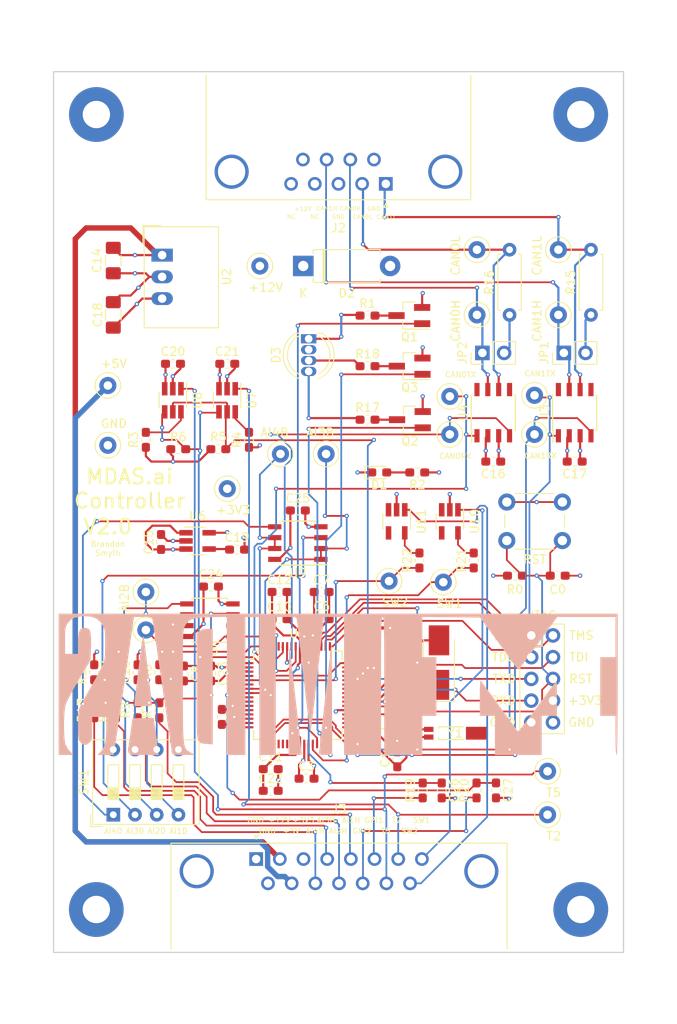
<source format=kicad_pcb>
(kicad_pcb (version 20171130) (host pcbnew "(5.0.0)")
  (layers (0 F.Cu signal) (1 GND power hide) (2 PWR power hide) (31 B.Cu signal) (35 F.Paste user hide) (36 B.SilkS user hide) (37 F.SilkS user) (38 B.Mask user) (39 F.Mask user) (44 Edge.Cuts user))
  (net 0 "")
  (net 1 RST)
  (net 2 GND)
  (net 3 "Net-(C1-Pad1)")
  (net 4 "Net-(C2-Pad1)")
  (net 5 +3V3)
  (net 6 "Net-(C9-Pad1)")
  (net 7 "Net-(C10-Pad1)")
  (net 8 "Net-(C13-Pad1)")
  (net 9 +12V)
  (net 10 +5V)
  (net 11 "Net-(C19-Pad1)")
  (net 12 "Net-(D1-Pad2)")
  (net 13 "Net-(D3-Pad1)")
  (net 14 "Net-(D3-Pad3)")
  (net 15 "Net-(D3-Pad4)")
  (net 16 GPI1)
  (net 17 GPI2)
  (net 18 TCK)
  (net 19 TMS)
  (net 20 TDO)
  (net 21 TDI)
  (net 22 TXD)
  (net 23 RXD)
  (net 24 CAN1L)
  (net 25 CAN0L)
  (net 26 "Net-(J2-Pad4)")
  (net 27 "Net-(J2-Pad5)")
  (net 28 CAN0H)
  (net 29 CAN1H)
  (net 30 AI4H)
  (net 31 AI2H)
  (net 32 SW2)
  (net 33 T2)
  (net 34 AI3H)
  (net 35 AI1H)
  (net 36 SW1)
  (net 37 T5)
  (net 38 "Net-(JP1-Pad2)")
  (net 39 "Net-(JP2-Pad2)")
  (net 40 LED_R)
  (net 41 "Net-(Q1-Pad3)")
  (net 42 "Net-(Q2-Pad3)")
  (net 43 LED_G)
  (net 44 LED_B)
  (net 45 "Net-(Q3-Pad3)")
  (net 46 "Net-(R3-Pad2)")
  (net 47 "Net-(R4-Pad2)")
  (net 48 SCL)
  (net 49 SDA)
  (net 50 "Net-(R7-Pad2)")
  (net 51 "Net-(R8-Pad1)")
  (net 52 "Net-(R9-Pad2)")
  (net 53 "Net-(R10-Pad1)")
  (net 54 "Net-(R11-Pad2)")
  (net 55 "Net-(R12-Pad1)")
  (net 56 "Net-(R13-Pad2)")
  (net 57 "Net-(R14-Pad1)")
  (net 58 AI4B)
  (net 59 AI3B)
  (net 60 AI1B)
  (net 61 AI2B)
  (net 62 "Net-(U1-Pad1)")
  (net 63 "Net-(U1-Pad4)")
  (net 64 "Net-(U1-Pad6)")
  (net 65 "Net-(U1-Pad9)")
  (net 66 "Net-(U1-Pad13)")
  (net 67 "Net-(U1-Pad14)")
  (net 68 "Net-(U1-Pad15)")
  (net 69 "Net-(U1-Pad16)")
  (net 70 CAN1RX)
  (net 71 CAN1TX)
  (net 72 "Net-(U1-Pad19)")
  (net 73 "Net-(U1-Pad20)")
  (net 74 "Net-(U1-Pad21)")
  (net 75 "Net-(U1-Pad22)")
  (net 76 "Net-(U1-Pad23)")
  (net 77 "Net-(U1-Pad24)")
  (net 78 "Net-(U1-Pad33)")
  (net 79 "Net-(U1-Pad43)")
  (net 80 "Net-(U1-Pad44)")
  (net 81 "Net-(U1-Pad58)")
  (net 82 CAN0RX)
  (net 83 CAN0TX)
  (net 84 "Net-(U1-Pad61)")
  (net 85 "Net-(U1-Pad62)")
  (net 86 "Net-(U1-Pad63)")
  (net 87 "Net-(U3-Pad5)")
  (net 88 "Net-(U3-Pad8)")
  (net 89 "Net-(U4-Pad5)")
  (net 90 "Net-(U4-Pad8)")
  (net 91 "Net-(U10-Pad4)")
  (net 92 "Net-(U10-Pad3)")
  (net 93 "Net-(U11-Pad3)")
  (net 94 "Net-(U11-Pad4)")
  (net 95 SW1P)
  (net 96 SW2P)
  (net 97 "Net-(C26-Pad1)")
  (net 98 "Net-(C27-Pad1)")
  (net 99 "Net-(R21-Pad2)")
  (net 100 "Net-(R22-Pad2)")
  (module TestPoint:TestPoint_Loop_D1.80mm_Drill1.0mm_Beaded (layer F.Cu) (at 154.178 93.345)
    (fp_text reference SW2 (at 0.7 2.5) (layer F.SilkS))
    (fp_text value TestPoint)
    (pad 1 thru_hole circle (at 0 0) (size 2 2) (drill 1) (layers *.Cu *.Mask) (net 96 SW2P))
  )
  (module Package_QFP:LQFP-64_10x10mm_P0.5mm (layer F.Cu) (at 143.51 106.68)
    (fp_text reference U1 (at 0 -7.2) (layer F.SilkS))
    (fp_text value TM4C123GH6PM)
    (pad 64 smd rect (at -3.75 -5.7 90) (size 1 0.25) (layers F.Cu F.Paste F.Mask) (net 61 AI2B))
    (pad 63 smd rect (at -3.25 -5.7 90) (size 1 0.25) (layers F.Cu F.Paste F.Mask) (net 86 "Net-(U1-Pad63)"))
    (pad 62 smd rect (at -2.75 -5.7 90) (size 1 0.25) (layers F.Cu F.Paste F.Mask) (net 85 "Net-(U1-Pad62)"))
    (pad 61 smd rect (at -2.25 -5.7 90) (size 1 0.25) (layers F.Cu F.Paste F.Mask) (net 84 "Net-(U1-Pad61)"))
    (pad 60 smd rect (at -1.75 -5.7 90) (size 1 0.25) (layers F.Cu F.Paste F.Mask) (net 83 CAN0TX))
    (pad 59 smd rect (at -1.25 -5.7 90) (size 1 0.25) (layers F.Cu F.Paste F.Mask) (net 82 CAN0RX))
    (pad 58 smd rect (at -0.75 -5.7 90) (size 1 0.25) (layers F.Cu F.Paste F.Mask) (net 81 "Net-(U1-Pad58)"))
    (pad 57 smd rect (at -0.25 -5.7 90) (size 1 0.25) (layers F.Cu F.Paste F.Mask) (net 60 AI1B))
    (pad 56 smd rect (at 0.25 -5.7 90) (size 1 0.25) (layers F.Cu F.Paste F.Mask) (net 7 "Net-(C10-Pad1)"))
    (pad 55 smd rect (at 0.75 -5.7 90) (size 1 0.25) (layers F.Cu F.Paste F.Mask) (net 2 GND))
    (pad 54 smd rect (at 1.25 -5.7 90) (size 1 0.25) (layers F.Cu F.Paste F.Mask) (net 5 +3V3))
    (pad 53 smd rect (at 1.75 -5.7 90) (size 1 0.25) (layers F.Cu F.Paste F.Mask) (net 97 "Net-(C26-Pad1)"))
    (pad 52 smd rect (at 2.25 -5.7 90) (size 1 0.25) (layers F.Cu F.Paste F.Mask) (net 18 TCK))
    (pad 51 smd rect (at 2.75 -5.7 90) (size 1 0.25) (layers F.Cu F.Paste F.Mask) (net 19 TMS))
    (pad 50 smd rect (at 3.25 -5.7 90) (size 1 0.25) (layers F.Cu F.Paste F.Mask) (net 21 TDI))
    (pad 49 smd rect (at 3.75 -5.7 90) (size 1 0.25) (layers F.Cu F.Paste F.Mask) (net 20 TDO))
    (pad 48 smd rect (at 5.7 -3.75) (size 1 0.25) (layers F.Cu F.Paste F.Mask) (net 49 SDA))
    (pad 47 smd rect (at 5.7 -3.25) (size 1 0.25) (layers F.Cu F.Paste F.Mask) (net 48 SCL))
    (pad 46 smd rect (at 5.7 -2.75) (size 1 0.25) (layers F.Cu F.Paste F.Mask) (net 22 TXD))
    (pad 45 smd rect (at 5.7 -2.25) (size 1 0.25) (layers F.Cu F.Paste F.Mask) (net 23 RXD))
    (pad 44 smd rect (at 5.7 -1.75) (size 1 0.25) (layers F.Cu F.Paste F.Mask) (net 80 "Net-(U1-Pad44)"))
    (pad 43 smd rect (at 5.7 -1.25) (size 1 0.25) (layers F.Cu F.Paste F.Mask) (net 79 "Net-(U1-Pad43)"))
    (pad 42 smd rect (at 5.7 -0.75) (size 1 0.25) (layers F.Cu F.Paste F.Mask) (net 5 +3V3))
    (pad 41 smd rect (at 5.7 -0.25) (size 1 0.25) (layers F.Cu F.Paste F.Mask) (net 8 "Net-(C13-Pad1)"))
    (pad 40 smd rect (at 5.7 0.25) (size 1 0.25) (layers F.Cu F.Paste F.Mask) (net 6 "Net-(C9-Pad1)"))
    (pad 39 smd rect (at 5.7 0.75) (size 1 0.25) (layers F.Cu F.Paste F.Mask) (net 2 GND))
    (pad 38 smd rect (at 5.7 1.25) (size 1 0.25) (layers F.Cu F.Paste F.Mask) (net 1 RST))
    (pad 37 smd rect (at 5.7 1.75) (size 1 0.25) (layers F.Cu F.Paste F.Mask) (net 5 +3V3))
    (pad 36 smd rect (at 5.7 2.25) (size 1 0.25) (layers F.Cu F.Paste F.Mask) (net 4 "Net-(C2-Pad1)"))
    (pad 35 smd rect (at 5.7 2.75) (size 1 0.25) (layers F.Cu F.Paste F.Mask) (net 2 GND))
    (pad 34 smd rect (at 5.7 3.25) (size 1 0.25) (layers F.Cu F.Paste F.Mask) (net 3 "Net-(C1-Pad1)"))
    (pad 33 smd rect (at 5.7 3.75) (size 1 0.25) (layers F.Cu F.Paste F.Mask) (net 78 "Net-(U1-Pad33)"))
    (pad 32 smd rect (at 3.75 5.7 90) (size 1 0.25) (layers F.Cu F.Paste F.Mask) (net 2 GND))
    (pad 31 smd rect (at 3.25 5.7 90) (size 1 0.25) (layers F.Cu F.Paste F.Mask) (net 44 LED_B))
    (pad 30 smd rect (at 2.75 5.7 90) (size 1 0.25) (layers F.Cu F.Paste F.Mask) (net 43 LED_G))
    (pad 29 smd rect (at 2.25 5.7 90) (size 1 0.25) (layers F.Cu F.Paste F.Mask) (net 40 LED_R))
    (pad 28 smd rect (at 1.75 5.7 90) (size 1 0.25) (layers F.Cu F.Paste F.Mask) (net 95 SW1P))
    (pad 27 smd rect (at 1.25 5.7 90) (size 1 0.25) (layers F.Cu F.Paste F.Mask) (net 2 GND))
    (pad 26 smd rect (at 0.75 5.7 90) (size 1 0.25) (layers F.Cu F.Paste F.Mask) (net 5 +3V3))
    (pad 25 smd rect (at 0.25 5.7 90) (size 1 0.25) (layers F.Cu F.Paste F.Mask) (net 7 "Net-(C10-Pad1)"))
    (pad 24 smd rect (at -0.25 5.7 90) (size 1 0.25) (layers F.Cu F.Paste F.Mask) (net 77 "Net-(U1-Pad24)"))
    (pad 23 smd rect (at -0.75 5.7 90) (size 1 0.25) (layers F.Cu F.Paste F.Mask) (net 76 "Net-(U1-Pad23)"))
    (pad 22 smd rect (at -1.25 5.7 90) (size 1 0.25) (layers F.Cu F.Paste F.Mask) (net 75 "Net-(U1-Pad22)"))
    (pad 21 smd rect (at -1.75 5.7 90) (size 1 0.25) (layers F.Cu F.Paste F.Mask) (net 74 "Net-(U1-Pad21)"))
    (pad 20 smd rect (at -2.25 5.7 90) (size 1 0.25) (layers F.Cu F.Paste F.Mask) (net 73 "Net-(U1-Pad20)"))
    (pad 19 smd rect (at -2.75 5.7 90) (size 1 0.25) (layers F.Cu F.Paste F.Mask) (net 72 "Net-(U1-Pad19)"))
    (pad 18 smd rect (at -3.25 5.7 90) (size 1 0.25) (layers F.Cu F.Paste F.Mask) (net 71 CAN1TX))
    (pad 17 smd rect (at -3.75 5.7 90) (size 1 0.25) (layers F.Cu F.Paste F.Mask) (net 70 CAN1RX))
    (pad 16 smd rect (at -5.7 3.75) (size 1 0.25) (layers F.Cu F.Paste F.Mask) (net 69 "Net-(U1-Pad16)"))
    (pad 15 smd rect (at -5.7 3.25) (size 1 0.25) (layers F.Cu F.Paste F.Mask) (net 68 "Net-(U1-Pad15)"))
    (pad 14 smd rect (at -5.7 2.75) (size 1 0.25) (layers F.Cu F.Paste F.Mask) (net 67 "Net-(U1-Pad14)"))
    (pad 13 smd rect (at -5.7 2.25) (size 1 0.25) (layers F.Cu F.Paste F.Mask) (net 66 "Net-(U1-Pad13)"))
    (pad 12 smd rect (at -5.7 1.75) (size 1 0.25) (layers F.Cu F.Paste F.Mask) (net 2 GND))
    (pad 11 smd rect (at -5.7 1.25) (size 1 0.25) (layers F.Cu F.Paste F.Mask) (net 5 +3V3))
    (pad 10 smd rect (at -5.7 0.75) (size 1 0.25) (layers F.Cu F.Paste F.Mask) (net 98 "Net-(C27-Pad1)"))
    (pad 9 smd rect (at -5.7 0.25) (size 1 0.25) (layers F.Cu F.Paste F.Mask) (net 65 "Net-(U1-Pad9)"))
    (pad 8 smd rect (at -5.7 -0.25) (size 1 0.25) (layers F.Cu F.Paste F.Mask) (net 59 AI3B))
    (pad 7 smd rect (at -5.7 -0.75) (size 1 0.25) (layers F.Cu F.Paste F.Mask) (net 58 AI4B))
    (pad 6 smd rect (at -5.7 -1.25) (size 1 0.25) (layers F.Cu F.Paste F.Mask) (net 64 "Net-(U1-Pad6)"))
    (pad 5 smd rect (at -5.7 -1.75) (size 1 0.25) (layers F.Cu F.Paste F.Mask) (net 96 SW2P))
    (pad 4 smd rect (at -5.7 -2.25) (size 1 0.25) (layers F.Cu F.Paste F.Mask) (net 63 "Net-(U1-Pad4)"))
    (pad 3 smd rect (at -5.7 -2.75) (size 1 0.25) (layers F.Cu F.Paste F.Mask) (net 2 GND))
    (pad 2 smd rect (at -5.7 -3.25) (size 1 0.25) (layers F.Cu F.Paste F.Mask) (net 5 +3V3))
    (pad 1 smd rect (at -5.7 -3.75) (size 1 0.25) (layers F.Cu F.Paste F.Mask) (net 62 "Net-(U1-Pad1)"))
  )
  (module Diode_THT:D_DO-15_P10.16mm_Horizontal (layer F.Cu) (at 144.145 56.515)
    (fp_text reference D2 (at 5.08 3.175) (layer F.SilkS))
    (fp_text value TP6KE33A)
    (fp_text user K (at 0 3.175) (layer F.SilkS))
    (pad 2 thru_hole oval (at 10.16 0) (size 2.4 2.4) (drill 1.2) (layers *.Cu *.Mask) (net 2 GND))
    (pad 1 thru_hole rect (at 0 0) (size 2.4 2.4) (drill 1.2) (layers *.Cu *.Mask) (net 9 +12V))
  )
  (module Connector_Dsub:DSUB-15_Male_Horizontal_P2.77x2.84mm_EdgePinOffset7.70mm_Housed_MountingHolesOffset9.12mm (layer F.Cu) (at 148.336 130.175)
    (fp_text reference J3 (at -0.0078 -10.16) (layer F.SilkS))
    (fp_text value DB15_Male)
    (pad 0 thru_hole circle (at 16.6422 -2.9234) (size 4 4) (drill 3.2) (layers *.Cu *.Mask))
    (pad 0 thru_hole circle (at -16.6578 -2.9234) (size 4 4) (drill 3.2) (layers *.Cu *.Mask))
    (pad 15 thru_hole circle (at 8.3022 -1.5034) (size 1.6 1.6) (drill 1) (layers *.Cu *.Mask) (net 32 SW2))
    (pad 14 thru_hole circle (at 5.5322 -1.5034) (size 1.6 1.6) (drill 1) (layers *.Cu *.Mask) (net 37 T5))
    (pad 13 thru_hole circle (at 2.7622 -1.5034) (size 1.6 1.6) (drill 1) (layers *.Cu *.Mask) (net 17 GPI2))
    (pad 12 thru_hole circle (at -0.0078 -1.5034) (size 1.6 1.6) (drill 1) (layers *.Cu *.Mask) (net 31 AI2H))
    (pad 11 thru_hole circle (at -2.7778 -1.5034) (size 1.6 1.6) (drill 1) (layers *.Cu *.Mask) (net 30 AI4H))
    (pad 10 thru_hole circle (at -5.5478 -1.5034) (size 1.6 1.6) (drill 1) (layers *.Cu *.Mask) (net 10 +5V))
    (pad 9 thru_hole circle (at -8.3178 -1.5034) (size 1.6 1.6) (drill 1) (layers *.Cu *.Mask) (net 2 GND))
    (pad 8 thru_hole circle (at 9.6872 -4.3434) (size 1.6 1.6) (drill 1) (layers *.Cu *.Mask) (net 36 SW1))
    (pad 7 thru_hole circle (at 6.9172 -4.3434) (size 1.6 1.6) (drill 1) (layers *.Cu *.Mask) (net 33 T2))
    (pad 6 thru_hole circle (at 4.1472 -4.3434) (size 1.6 1.6) (drill 1) (layers *.Cu *.Mask) (net 16 GPI1))
    (pad 5 thru_hole circle (at 1.3772 -4.3434) (size 1.6 1.6) (drill 1) (layers *.Cu *.Mask) (net 35 AI1H))
    (pad 4 thru_hole circle (at -1.3928 -4.3434) (size 1.6 1.6) (drill 1) (layers *.Cu *.Mask) (net 34 AI3H))
    (pad 3 thru_hole circle (at -4.1628 -4.3434) (size 1.6 1.6) (drill 1) (layers *.Cu *.Mask) (net 5 +3V3))
    (pad 2 thru_hole circle (at -6.9328 -4.3434) (size 1.6 1.6) (drill 1) (layers *.Cu *.Mask) (net 9 +12V))
    (pad 1 thru_hole rect (at -9.7028 -4.3434) (size 1.6 1.6) (drill 1) (layers *.Cu *.Mask) (net 2 GND))
  )
  (module Connector_PinHeader_2.54mm:PinHeader_2x05_P2.54mm_Vertical (layer F.Cu) (at 170.815 99.695)
    (fp_text reference JTAG (at 1.27 -2.33) (layer F.SilkS))
    (fp_text value JTAG)
    (pad 10 thru_hole oval (at 2.54 10.16) (size 1.7 1.7) (drill 1) (layers *.Cu *.Mask) (net 2 GND))
    (pad 9 thru_hole oval (at 0 10.16) (size 1.7 1.7) (drill 1) (layers *.Cu *.Mask) (net 2 GND))
    (pad 8 thru_hole oval (at 2.54 7.62) (size 1.7 1.7) (drill 1) (layers *.Cu *.Mask) (net 5 +3V3))
    (pad 7 thru_hole oval (at 0 7.62) (size 1.7 1.7) (drill 1) (layers *.Cu *.Mask) (net 23 RXD))
    (pad 6 thru_hole oval (at 2.54 5.08) (size 1.7 1.7) (drill 1) (layers *.Cu *.Mask) (net 1 RST))
    (pad 5 thru_hole oval (at 0 5.08) (size 1.7 1.7) (drill 1) (layers *.Cu *.Mask) (net 22 TXD))
    (pad 4 thru_hole oval (at 2.54 2.54) (size 1.7 1.7) (drill 1) (layers *.Cu *.Mask) (net 21 TDI))
    (pad 3 thru_hole oval (at 0 2.54) (size 1.7 1.7) (drill 1) (layers *.Cu *.Mask) (net 20 TDO))
    (pad 2 thru_hole oval (at 2.54 0) (size 1.7 1.7) (drill 1) (layers *.Cu *.Mask) (net 19 TMS))
    (pad 1 thru_hole rect (at 0 0) (size 1.7 1.7) (drill 1) (layers *.Cu *.Mask) (net 18 TCK))
  )
  (module TestPoint:TestPoint_Loop_D1.80mm_Drill1.0mm_Beaded (layer F.Cu) (at 141.478 78.486 180)
    (fp_text reference AI4B (at 0.7 2.5 180) (layer F.SilkS))
    (fp_text value TestPoint)
    (pad 1 thru_hole circle (at 0 0 180) (size 2 2) (drill 1) (layers *.Cu *.Mask) (net 58 AI4B))
  )
  (module Crystal:ABRACON_AB26TRQ (layer F.Cu) (at 161.925 111.125)
    (fp_text reference Y1 (at 0 0) (layer F.SilkS))
    (fp_text value 32.768kHz)
    (pad 3 smd rect (at 2.45 0) (size 2.4 1.5) (layers F.Cu F.Paste F.Mask))
    (pad 1 smd rect (at -3.1 0.45) (size 1.1 0.6) (layers F.Cu F.Paste F.Mask) (net 3 "Net-(C1-Pad1)"))
    (pad 2 smd rect (at -3.1 -0.45) (size 1.1 0.6) (layers F.Cu F.Paste F.Mask) (net 4 "Net-(C2-Pad1)"))
  )
  (module Resistor_THT:R_Axial_DIN0207_L6.3mm_D2.5mm_P7.62mm_Horizontal (layer F.Cu) (at 168.275 62.23 90)
    (fp_text reference R16 (at 3.81 -2.37 90) (layer F.SilkS))
    (fp_text value 120)
    (pad 2 thru_hole oval (at 7.62 0 90) (size 1.6 1.6) (drill 0.8) (layers *.Cu *.Mask) (net 25 CAN0L))
    (pad 1 thru_hole circle (at 0 0 90) (size 1.6 1.6) (drill 0.8) (layers *.Cu *.Mask) (net 39 "Net-(JP2-Pad2)"))
  )
  (module TestPoint:TestPoint_Loop_D1.80mm_Drill1.0mm_Beaded (layer F.Cu) (at 164.465 54.61 270)
    (fp_text reference CAN0L (at 0.7 2.5 270) (layer F.SilkS))
    (fp_text value TestPoint)
    (pad 1 thru_hole circle (at 0 0 270) (size 2 2) (drill 1) (layers *.Cu *.Mask) (net 25 CAN0L))
  )
  (module TestPoint:TestPoint_Loop_D1.80mm_Drill1.0mm_Beaded (layer F.Cu) (at 164.465 62.23 270)
    (fp_text reference CAN0H (at 0.7 2.5 270) (layer F.SilkS))
    (fp_text value TestPoint)
    (pad 1 thru_hole circle (at 0 0 270) (size 2 2) (drill 1) (layers *.Cu *.Mask) (net 28 CAN0H))
  )
  (module Capacitor_SMD:C_0603_1608Metric_Pad1.05x0.95mm_HandSolder (layer F.Cu) (at 173.911817 92.71)
    (fp_text reference C0 (at 0 1.619455) (layer F.SilkS))
    (fp_text value 0.1uF)
    (pad 2 smd roundrect (at 0.875 0) (size 1.05 0.95) (layers F.Cu F.Paste F.Mask) (net 2 GND))
    (pad 1 smd roundrect (at -0.875 0) (size 1.05 0.95) (layers F.Cu F.Paste F.Mask) (net 1 RST))
  )
  (module Capacitor_SMD:C_0603_1608Metric_Pad1.05x0.95mm_HandSolder (layer F.Cu) (at 155.1432 114.173 90)
    (fp_text reference C1 (at 0 -1.43 90) (layer F.SilkS))
    (fp_text value 24pF)
    (pad 2 smd roundrect (at 0.875 0 90) (size 1.05 0.95) (layers F.Cu F.Paste F.Mask) (net 2 GND))
    (pad 1 smd roundrect (at -0.875 0 90) (size 1.05 0.95) (layers F.Cu F.Paste F.Mask) (net 3 "Net-(C1-Pad1)"))
  )
  (module Capacitor_SMD:C_0603_1608Metric_Pad1.05x0.95mm_HandSolder (layer F.Cu) (at 155.128367 109.855 270)
    (fp_text reference C2 (at 0 1.458367 270) (layer F.SilkS))
    (fp_text value 24pF)
    (pad 1 smd roundrect (at -0.875 0 270) (size 1.05 0.95) (layers F.Cu F.Paste F.Mask) (net 4 "Net-(C2-Pad1)"))
    (pad 2 smd roundrect (at 0.875 0 270) (size 1.05 0.95) (layers F.Cu F.Paste F.Mask) (net 2 GND))
  )
  (module Capacitor_SMD:C_0603_1608Metric_Pad1.05x0.95mm_HandSolder (layer F.Cu) (at 144.526 116.4336)
    (fp_text reference C3 (at 0 -1.43) (layer F.SilkS))
    (fp_text value 0.1uF)
    (pad 2 smd roundrect (at 0.875 0) (size 1.05 0.95) (layers F.Cu F.Paste F.Mask) (net 2 GND))
    (pad 1 smd roundrect (at -0.875 0) (size 1.05 0.95) (layers F.Cu F.Paste F.Mask) (net 5 +3V3))
  )
  (module Capacitor_SMD:C_0603_1608Metric_Pad1.05x0.95mm_HandSolder (layer F.Cu) (at 134.62 109.22 270)
    (fp_text reference C4 (at 0 -1.43 270) (layer F.SilkS))
    (fp_text value 0.1uF)
    (pad 2 smd roundrect (at 0.875 0 270) (size 1.05 0.95) (layers F.Cu F.Paste F.Mask) (net 2 GND))
    (pad 1 smd roundrect (at -0.875 0 270) (size 1.05 0.95) (layers F.Cu F.Paste F.Mask) (net 5 +3V3))
  )
  (module Capacitor_SMD:C_0603_1608Metric_Pad1.05x0.95mm_HandSolder (layer F.Cu) (at 152.4 99.695 90)
    (fp_text reference C5 (at 0 -1.43 90) (layer F.SilkS))
    (fp_text value 0.1uF)
    (pad 1 smd roundrect (at -0.875 0 90) (size 1.05 0.95) (layers F.Cu F.Paste F.Mask) (net 5 +3V3))
    (pad 2 smd roundrect (at 0.875 0 90) (size 1.05 0.95) (layers F.Cu F.Paste F.Mask) (net 2 GND))
  )
  (module Capacitor_SMD:C_0603_1608Metric_Pad1.05x0.95mm_HandSolder (layer F.Cu) (at 146.295 97.79 180)
    (fp_text reference C6 (at -0.009 1.4986 180) (layer F.SilkS))
    (fp_text value 0.1uF)
    (pad 2 smd roundrect (at 0.875 0 180) (size 1.05 0.95) (layers F.Cu F.Paste F.Mask) (net 2 GND))
    (pad 1 smd roundrect (at -0.875 0 180) (size 1.05 0.95) (layers F.Cu F.Paste F.Mask) (net 5 +3V3))
  )
  (module Capacitor_SMD:C_0603_1608Metric_Pad1.05x0.95mm_HandSolder (layer F.Cu) (at 146.29 94.615 180)
    (fp_text reference C7 (at 0 1.397 180) (layer F.SilkS))
    (fp_text value 2.2uF)
    (pad 2 smd roundrect (at 0.875 0 180) (size 1.05 0.95) (layers F.Cu F.Paste F.Mask) (net 2 GND))
    (pad 1 smd roundrect (at -0.875 0 180) (size 1.05 0.95) (layers F.Cu F.Paste F.Mask) (net 5 +3V3))
  )
  (module Capacitor_SMD:C_0603_1608Metric_Pad1.05x0.95mm_HandSolder (layer F.Cu) (at 130.175 104.14 270)
    (fp_text reference C8 (at 0 -1.43 270) (layer F.SilkS))
    (fp_text value 1.0uF)
    (pad 2 smd roundrect (at 0.875 0 270) (size 1.05 0.95) (layers F.Cu F.Paste F.Mask) (net 2 GND))
    (pad 1 smd roundrect (at -0.875 0 270) (size 1.05 0.95) (layers F.Cu F.Paste F.Mask) (net 5 +3V3))
  )
  (module Capacitor_SMD:C_0603_1608Metric_Pad1.05x0.95mm_HandSolder (layer F.Cu) (at 155.575 106.045 270)
    (fp_text reference C9 (at 0 -1.43 270) (layer F.SilkS))
    (fp_text value 10pF)
    (pad 2 smd roundrect (at 0.875 0 270) (size 1.05 0.95) (layers F.Cu F.Paste F.Mask) (net 2 GND))
    (pad 1 smd roundrect (at -0.875 0 270) (size 1.05 0.95) (layers F.Cu F.Paste F.Mask) (net 6 "Net-(C9-Pad1)"))
  )
  (module Capacitor_SMD:C_0603_1608Metric_Pad1.05x0.95mm_HandSolder (layer F.Cu) (at 141.365 97.79)
    (fp_text reference C10 (at 0 -1.43) (layer F.SilkS))
    (fp_text value 0.1uF)
    (pad 2 smd roundrect (at 0.875 0) (size 1.05 0.95) (layers F.Cu F.Paste F.Mask) (net 2 GND))
    (pad 1 smd roundrect (at -0.875 0) (size 1.05 0.95) (layers F.Cu F.Paste F.Mask) (net 7 "Net-(C10-Pad1)"))
  )
  (module Capacitor_SMD:C_0603_1608Metric_Pad1.05x0.95mm_HandSolder (layer F.Cu) (at 140.335 115.316)
    (fp_text reference C11 (at 0 -1.43) (layer F.SilkS))
    (fp_text value 0.1uF)
    (pad 2 smd roundrect (at 0.875 0) (size 1.05 0.95) (layers F.Cu F.Paste F.Mask) (net 2 GND))
    (pad 1 smd roundrect (at -0.875 0) (size 1.05 0.95) (layers F.Cu F.Paste F.Mask) (net 7 "Net-(C10-Pad1)"))
  )
  (module Capacitor_SMD:C_0603_1608Metric_Pad1.05x0.95mm_HandSolder (layer F.Cu) (at 141.365 94.615)
    (fp_text reference C12 (at 0 -1.43) (layer F.SilkS))
    (fp_text value 1.0uF)
    (pad 2 smd roundrect (at 0.875 0) (size 1.05 0.95) (layers F.Cu F.Paste F.Mask) (net 2 GND))
    (pad 1 smd roundrect (at -0.875 0) (size 1.05 0.95) (layers F.Cu F.Paste F.Mask) (net 7 "Net-(C10-Pad1)"))
  )
  (module Capacitor_SMD:C_0603_1608Metric_Pad1.05x0.95mm_HandSolder (layer F.Cu) (at 155.575 100.33 90)
    (fp_text reference C13 (at 0 1.397 90) (layer F.SilkS))
    (fp_text value 10pF)
    (pad 2 smd roundrect (at 0.875 0 90) (size 1.05 0.95) (layers F.Cu F.Paste F.Mask) (net 2 GND))
    (pad 1 smd roundrect (at -0.875 0 90) (size 1.05 0.95) (layers F.Cu F.Paste F.Mask) (net 8 "Net-(C13-Pad1)"))
  )
  (module Capacitor_SMD:C_1206_3216Metric_Pad1.42x1.75mm_HandSolder (layer F.Cu) (at 121.92 55.88 270)
    (fp_text reference C14 (at 0 1.905 270) (layer F.SilkS))
    (fp_text value 10uF)
    (pad 2 smd roundrect (at 1.4875 0 270) (size 1.425 1.75) (layers F.Cu F.Paste F.Mask) (roundrect_rratio 0.175439) (net 2 GND))
    (pad 1 smd roundrect (at -1.4875 0 270) (size 1.425 1.75) (layers F.Cu F.Paste F.Mask) (roundrect_rratio 0.175439) (net 9 +12V))
  )
  (module Capacitor_SMD:C_0603_1608Metric_Pad1.05x0.95mm_HandSolder (layer F.Cu) (at 127.508 88.773 90)
    (fp_text reference C15 (at 0 -1.43 90) (layer F.SilkS))
    (fp_text value 1.0uF)
    (pad 2 smd roundrect (at 0.875 0 90) (size 1.05 0.95) (layers F.Cu F.Paste F.Mask) (net 2 GND))
    (pad 1 smd roundrect (at -0.875 0 90) (size 1.05 0.95) (layers F.Cu F.Paste F.Mask) (net 10 +5V))
  )
  (module Capacitor_SMD:C_0603_1608Metric_Pad1.05x0.95mm_HandSolder (layer F.Cu) (at 166.37 79.375 180)
    (fp_text reference C16 (at 0 -1.43 180) (layer F.SilkS))
    (fp_text value 0.1uF)
    (pad 2 smd roundrect (at 0.875 0 180) (size 1.05 0.95) (layers F.Cu F.Paste F.Mask) (net 2 GND))
    (pad 1 smd roundrect (at -0.875 0 180) (size 1.05 0.95) (layers F.Cu F.Paste F.Mask) (net 5 +3V3))
  )
  (module Capacitor_SMD:C_0603_1608Metric_Pad1.05x0.95mm_HandSolder (layer F.Cu) (at 175.895 79.375 180)
    (fp_text reference C17 (at 0 -1.43 180) (layer F.SilkS))
    (fp_text value 0.1uF)
    (pad 2 smd roundrect (at 0.875 0 180) (size 1.05 0.95) (layers F.Cu F.Paste F.Mask) (net 2 GND))
    (pad 1 smd roundrect (at -0.875 0 180) (size 1.05 0.95) (layers F.Cu F.Paste F.Mask) (net 5 +3V3))
  )
  (module Capacitor_SMD:C_1206_3216Metric_Pad1.42x1.75mm_HandSolder (layer F.Cu) (at 121.92 62.23 90)
    (fp_text reference C18 (at 0 -1.82 90) (layer F.SilkS))
    (fp_text value 10uF)
    (pad 2 smd roundrect (at 1.4875 0 90) (size 1.425 1.75) (layers F.Cu F.Paste F.Mask) (roundrect_rratio 0.175439) (net 2 GND))
    (pad 1 smd roundrect (at -1.4875 0 90) (size 1.425 1.75) (layers F.Cu F.Paste F.Mask) (roundrect_rratio 0.175439) (net 10 +5V))
  )
  (module Capacitor_SMD:C_0603_1608Metric_Pad1.05x0.95mm_HandSolder (layer F.Cu) (at 136.398 89.662)
    (fp_text reference C19 (at 0 -1.43) (layer F.SilkS))
    (fp_text value 0.01uF)
    (pad 2 smd roundrect (at 0.875 0) (size 1.05 0.95) (layers F.Cu F.Paste F.Mask) (net 2 GND))
    (pad 1 smd roundrect (at -0.875 0) (size 1.05 0.95) (layers F.Cu F.Paste F.Mask) (net 11 "Net-(C19-Pad1)"))
  )
  (module Capacitor_SMD:C_0603_1608Metric_Pad1.05x0.95mm_HandSolder (layer F.Cu) (at 128.905 67.945)
    (fp_text reference C20 (at 0 -1.43) (layer F.SilkS))
    (fp_text value 0.1uF)
    (pad 2 smd roundrect (at 0.875 0) (size 1.05 0.95) (layers F.Cu F.Paste F.Mask) (net 2 GND))
    (pad 1 smd roundrect (at -0.875 0) (size 1.05 0.95) (layers F.Cu F.Paste F.Mask) (net 10 +5V))
  )
  (module Capacitor_SMD:C_0603_1608Metric_Pad1.05x0.95mm_HandSolder (layer F.Cu) (at 135.255 67.945)
    (fp_text reference C21 (at 0 -1.43) (layer F.SilkS))
    (fp_text value 0.1uF)
    (pad 2 smd roundrect (at 0.875 0) (size 1.05 0.95) (layers F.Cu F.Paste F.Mask) (net 2 GND))
    (pad 1 smd roundrect (at -0.875 0) (size 1.05 0.95) (layers F.Cu F.Paste F.Mask) (net 10 +5V))
  )
  (module Capacitor_SMD:C_0603_1608Metric_Pad1.05x0.95mm_HandSolder (layer F.Cu) (at 140.335 117.856)
    (fp_text reference C22 (at 0 -1.43) (layer F.SilkS))
    (fp_text value 2.2uF)
    (pad 2 smd roundrect (at 0.875 0) (size 1.05 0.95) (layers F.Cu F.Paste F.Mask) (net 2 GND))
    (pad 1 smd roundrect (at -0.875 0) (size 1.05 0.95) (layers F.Cu F.Paste F.Mask) (net 7 "Net-(C10-Pad1)"))
  )
  (module Capacitor_SMD:C_0603_1608Metric_Pad1.05x0.95mm_HandSolder (layer F.Cu) (at 133.35 104.14 270)
    (fp_text reference C23 (at 0 -1.43 270) (layer F.SilkS))
    (fp_text value 0.01uF)
    (pad 2 smd roundrect (at 0.875 0 270) (size 1.05 0.95) (layers F.Cu F.Paste F.Mask) (net 2 GND))
    (pad 1 smd roundrect (at -0.875 0 270) (size 1.05 0.95) (layers F.Cu F.Paste F.Mask) (net 5 +3V3))
  )
  (module LED_SMD:LED_0603_1608Metric_Pad1.05x0.95mm_HandSolder (layer F.Cu) (at 153.035 80.645)
    (fp_text reference D1 (at 0 1.4478) (layer F.SilkS))
    (fp_text value LED)
    (pad 2 smd roundrect (at 0.875 0) (size 1.05 0.95) (layers F.Cu F.Paste F.Mask) (net 12 "Net-(D1-Pad2)"))
    (pad 1 smd roundrect (at -0.875 0) (size 1.05 0.95) (layers F.Cu F.Paste F.Mask) (net 2 GND))
  )
  (module Connector_PinHeader_2.54mm:PinHeader_1x02_P2.54mm_Vertical (layer F.Cu) (at 174.625 66.675 90)
    (fp_text reference JP1 (at 0 -2.33 90) (layer F.SilkS))
    (fp_text value Jumper_NC_Small)
    (pad 2 thru_hole oval (at 0 2.54 90) (size 1.7 1.7) (drill 1) (layers *.Cu *.Mask) (net 38 "Net-(JP1-Pad2)"))
    (pad 1 thru_hole rect (at 0 0 90) (size 1.7 1.7) (drill 1) (layers *.Cu *.Mask) (net 29 CAN1H))
  )
  (module Connector_PinHeader_2.54mm:PinHeader_1x02_P2.54mm_Vertical (layer F.Cu) (at 165.1 66.675 90)
    (fp_text reference JP2 (at 0 -2.33 90) (layer F.SilkS))
    (fp_text value Jumper_NC_Small)
    (pad 2 thru_hole oval (at 0 2.54 90) (size 1.7 1.7) (drill 1) (layers *.Cu *.Mask) (net 39 "Net-(JP2-Pad2)"))
    (pad 1 thru_hole rect (at 0 0 90) (size 1.7 1.7) (drill 1) (layers *.Cu *.Mask) (net 28 CAN0H))
  )
  (module Package_TO_SOT_SMD:SOT-23_Handsoldering (layer F.Cu) (at 156.551375 62.310801 180)
    (fp_text reference Q1 (at 0 -2.5 180) (layer F.SilkS))
    (fp_text value DTC114E)
    (pad 3 smd rect (at 1.5 0 180) (size 1.9 0.8) (layers F.Cu F.Paste F.Mask) (net 41 "Net-(Q1-Pad3)"))
    (pad 2 smd rect (at -1.5 0.95 180) (size 1.9 0.8) (layers F.Cu F.Paste F.Mask) (net 2 GND))
    (pad 1 smd rect (at -1.5 -0.95 180) (size 1.9 0.8) (layers F.Cu F.Paste F.Mask) (net 40 LED_R))
  )
  (module Package_TO_SOT_SMD:SOT-23_Handsoldering (layer F.Cu) (at 156.615412 74.478738 180)
    (fp_text reference Q2 (at 0 -2.5 180) (layer F.SilkS))
    (fp_text value DTC114E)
    (pad 3 smd rect (at 1.5 0 180) (size 1.9 0.8) (layers F.Cu F.Paste F.Mask) (net 42 "Net-(Q2-Pad3)"))
    (pad 2 smd rect (at -1.5 0.95 180) (size 1.9 0.8) (layers F.Cu F.Paste F.Mask) (net 2 GND))
    (pad 1 smd rect (at -1.5 -0.95 180) (size 1.9 0.8) (layers F.Cu F.Paste F.Mask) (net 43 LED_G))
  )
  (module Package_TO_SOT_SMD:SOT-23_Handsoldering (layer F.Cu) (at 156.586632 68.22516 180)
    (fp_text reference Q3 (at 0 -2.5 180) (layer F.SilkS))
    (fp_text value DTC114E)
    (pad 3 smd rect (at 1.5 0 180) (size 1.9 0.8) (layers F.Cu F.Paste F.Mask) (net 45 "Net-(Q3-Pad3)"))
    (pad 2 smd rect (at -1.5 0.95 180) (size 1.9 0.8) (layers F.Cu F.Paste F.Mask) (net 2 GND))
    (pad 1 smd rect (at -1.5 -0.95 180) (size 1.9 0.8) (layers F.Cu F.Paste F.Mask) (net 44 LED_B))
  )
  (module Resistor_SMD:R_0603_1608Metric_Pad1.05x0.95mm_HandSolder (layer F.Cu) (at 168.91 92.71)
    (fp_text reference R0 (at 0 1.619455) (layer F.SilkS))
    (fp_text value 10k)
    (pad 2 smd roundrect (at 0.875 0) (size 1.05 0.95) (layers F.Cu F.Paste F.Mask) (net 1 RST))
    (pad 1 smd roundrect (at -0.875 0) (size 1.05 0.95) (layers F.Cu F.Paste F.Mask) (net 5 +3V3))
  )
  (module Resistor_SMD:R_0603_1608Metric_Pad1.05x0.95mm_HandSolder (layer F.Cu) (at 151.661592 62.310801)
    (fp_text reference R1 (at 0 -1.43) (layer F.SilkS))
    (fp_text value 330)
    (pad 2 smd roundrect (at 0.875 0) (size 1.05 0.95) (layers F.Cu F.Paste F.Mask) (net 41 "Net-(Q1-Pad3)"))
    (pad 1 smd roundrect (at -0.875 0) (size 1.05 0.95) (layers F.Cu F.Paste F.Mask) (net 13 "Net-(D3-Pad1)"))
  )
  (module Resistor_SMD:R_0603_1608Metric_Pad1.05x0.95mm_HandSolder (layer F.Cu) (at 157.48 80.645 180)
    (fp_text reference R2 (at 0 -1.43 180) (layer F.SilkS))
    (fp_text value 330)
    (pad 2 smd roundrect (at 0.875 0 180) (size 1.05 0.95) (layers F.Cu F.Paste F.Mask) (net 12 "Net-(D1-Pad2)"))
    (pad 1 smd roundrect (at -0.875 0 180) (size 1.05 0.95) (layers F.Cu F.Paste F.Mask) (net 5 +3V3))
  )
  (module Resistor_SMD:R_0603_1608Metric_Pad1.05x0.95mm_HandSolder (layer F.Cu) (at 125.73 76.835 90)
    (fp_text reference R3 (at 0 -1.43 90) (layer F.SilkS))
    (fp_text value 10k)
    (pad 2 smd roundrect (at 0.875 0 90) (size 1.05 0.95) (layers F.Cu F.Paste F.Mask) (net 46 "Net-(R3-Pad2)"))
    (pad 1 smd roundrect (at -0.875 0 90) (size 1.05 0.95) (layers F.Cu F.Paste F.Mask) (net 10 +5V))
  )
  (module Resistor_SMD:R_0603_1608Metric_Pad1.05x0.95mm_HandSolder (layer F.Cu) (at 137.795 76.835 90)
    (fp_text reference R4 (at 0 -1.43 90) (layer F.SilkS))
    (fp_text value 10k)
    (pad 2 smd roundrect (at 0.875 0 90) (size 1.05 0.95) (layers F.Cu F.Paste F.Mask) (net 47 "Net-(R4-Pad2)"))
    (pad 1 smd roundrect (at -0.875 0 90) (size 1.05 0.95) (layers F.Cu F.Paste F.Mask) (net 2 GND))
  )
  (module Resistor_SMD:R_0603_1608Metric_Pad1.05x0.95mm_HandSolder (layer F.Cu) (at 134.204534 77.927362)
    (fp_text reference R5 (at 0 -1.43) (layer F.SilkS))
    (fp_text value 10k)
    (pad 2 smd roundrect (at 0.875 0) (size 1.05 0.95) (layers F.Cu F.Paste F.Mask) (net 48 SCL))
    (pad 1 smd roundrect (at -0.875 0) (size 1.05 0.95) (layers F.Cu F.Paste F.Mask) (net 10 +5V))
  )
  (module Resistor_SMD:R_0603_1608Metric_Pad1.05x0.95mm_HandSolder (layer F.Cu) (at 129.519534 77.927362)
    (fp_text reference R6 (at 0 -1.43) (layer F.SilkS))
    (fp_text value 10k)
    (pad 2 smd roundrect (at 0.875 0) (size 1.05 0.95) (layers F.Cu F.Paste F.Mask) (net 49 SDA))
    (pad 1 smd roundrect (at -0.875 0) (size 1.05 0.95) (layers F.Cu F.Paste F.Mask) (net 10 +5V))
  )
  (module Resistor_SMD:R_0603_1608Metric_Pad1.05x0.95mm_HandSolder (layer F.Cu) (at 127.306879 108.446075 90)
    (fp_text reference R7 (at 0 -1.43 90) (layer F.SilkS))
    (fp_text value 11k)
    (pad 2 smd roundrect (at 0.875 0 90) (size 1.05 0.95) (layers F.Cu F.Paste F.Mask) (net 50 "Net-(R7-Pad2)"))
    (pad 1 smd roundrect (at -0.875 0 90) (size 1.05 0.95) (layers F.Cu F.Paste F.Mask) (net 35 AI1H))
  )
  (module Resistor_SMD:R_0603_1608Metric_Pad1.05x0.95mm_HandSolder (layer F.Cu) (at 127.306879 104.001075 90)
    (fp_text reference R8 (at 0 -1.43 90) (layer F.SilkS))
    (fp_text value 21k)
    (pad 2 smd roundrect (at 0.875 0 90) (size 1.05 0.95) (layers F.Cu F.Paste F.Mask) (net 2 GND))
    (pad 1 smd roundrect (at -0.875 0 90) (size 1.05 0.95) (layers F.Cu F.Paste F.Mask) (net 51 "Net-(R8-Pad1)"))
  )
  (module Resistor_SMD:R_0603_1608Metric_Pad1.05x0.95mm_HandSolder (layer F.Cu) (at 124.766879 108.446075 90)
    (fp_text reference R9 (at 0 -1.43 90) (layer F.SilkS))
    (fp_text value 11k)
    (pad 2 smd roundrect (at 0.875 0 90) (size 1.05 0.95) (layers F.Cu F.Paste F.Mask) (net 52 "Net-(R9-Pad2)"))
    (pad 1 smd roundrect (at -0.875 0 90) (size 1.05 0.95) (layers F.Cu F.Paste F.Mask) (net 31 AI2H))
  )
  (module Resistor_SMD:R_0603_1608Metric_Pad1.05x0.95mm_HandSolder (layer F.Cu) (at 124.766879 104.001075 90)
    (fp_text reference R10 (at 0 -1.43 90) (layer F.SilkS))
    (fp_text value 21k)
    (pad 2 smd roundrect (at 0.875 0 90) (size 1.05 0.95) (layers F.Cu F.Paste F.Mask) (net 2 GND))
    (pad 1 smd roundrect (at -0.875 0 90) (size 1.05 0.95) (layers F.Cu F.Paste F.Mask) (net 53 "Net-(R10-Pad1)"))
  )
  (module Resistor_SMD:R_0603_1608Metric_Pad1.05x0.95mm_HandSolder (layer F.Cu) (at 122.226879 108.446075 90)
    (fp_text reference R11 (at 0 -1.43 90) (layer F.SilkS))
    (fp_text value 11k)
    (pad 2 smd roundrect (at 0.875 0 90) (size 1.05 0.95) (layers F.Cu F.Paste F.Mask) (net 54 "Net-(R11-Pad2)"))
    (pad 1 smd roundrect (at -0.875 0 90) (size 1.05 0.95) (layers F.Cu F.Paste F.Mask) (net 34 AI3H))
  )
  (module Resistor_SMD:R_0603_1608Metric_Pad1.05x0.95mm_HandSolder (layer F.Cu) (at 122.226879 104.001075 90)
    (fp_text reference R12 (at 0 -1.43 90) (layer F.SilkS))
    (fp_text value 21k)
    (pad 2 smd roundrect (at 0.875 0 90) (size 1.05 0.95) (layers F.Cu F.Paste F.Mask) (net 2 GND))
    (pad 1 smd roundrect (at -0.875 0 90) (size 1.05 0.95) (layers F.Cu F.Paste F.Mask) (net 55 "Net-(R12-Pad1)"))
  )
  (module Resistor_SMD:R_0603_1608Metric_Pad1.05x0.95mm_HandSolder (layer F.Cu) (at 119.686879 108.446075 90)
    (fp_text reference R13 (at 0 -1.43 90) (layer F.SilkS))
    (fp_text value 11k)
    (pad 2 smd roundrect (at 0.875 0 90) (size 1.05 0.95) (layers F.Cu F.Paste F.Mask) (net 56 "Net-(R13-Pad2)"))
    (pad 1 smd roundrect (at -0.875 0 90) (size 1.05 0.95) (layers F.Cu F.Paste F.Mask) (net 30 AI4H))
  )
  (module Resistor_SMD:R_0603_1608Metric_Pad1.05x0.95mm_HandSolder (layer F.Cu) (at 119.686879 104.001075 90)
    (fp_text reference R14 (at 0 -1.43 90) (layer F.SilkS))
    (fp_text value 21k)
    (pad 2 smd roundrect (at 0.875 0 90) (size 1.05 0.95) (layers F.Cu F.Paste F.Mask) (net 2 GND))
    (pad 1 smd roundrect (at -0.875 0 90) (size 1.05 0.95) (layers F.Cu F.Paste F.Mask) (net 57 "Net-(R14-Pad1)"))
  )
  (module Resistor_THT:R_Axial_DIN0207_L6.3mm_D2.5mm_P7.62mm_Horizontal (layer F.Cu) (at 177.8 62.23 90)
    (fp_text reference R15 (at 3.81 -2.37 90) (layer F.SilkS))
    (fp_text value 120)
    (pad 2 thru_hole oval (at 7.62 0 90) (size 1.6 1.6) (drill 0.8) (layers *.Cu *.Mask) (net 24 CAN1L))
    (pad 1 thru_hole circle (at 0 0 90) (size 1.6 1.6) (drill 0.8) (layers *.Cu *.Mask) (net 38 "Net-(JP1-Pad2)"))
  )
  (module Resistor_SMD:R_0603_1608Metric_Pad1.05x0.95mm_HandSolder (layer F.Cu) (at 151.661592 74.478738)
    (fp_text reference R17 (at 0 -1.43) (layer F.SilkS))
    (fp_text value 330)
    (pad 2 smd roundrect (at 0.875 0) (size 1.05 0.95) (layers F.Cu F.Paste F.Mask) (net 42 "Net-(Q2-Pad3)"))
    (pad 1 smd roundrect (at -0.875 0) (size 1.05 0.95) (layers F.Cu F.Paste F.Mask) (net 15 "Net-(D3-Pad4)"))
  )
  (module Resistor_SMD:R_0603_1608Metric_Pad1.05x0.95mm_HandSolder (layer F.Cu) (at 151.661592 68.22516)
    (fp_text reference R18 (at 0 -1.43) (layer F.SilkS))
    (fp_text value 330)
    (pad 2 smd roundrect (at 0.875 0) (size 1.05 0.95) (layers F.Cu F.Paste F.Mask) (net 45 "Net-(Q3-Pad3)"))
    (pad 1 smd roundrect (at -0.875 0) (size 1.05 0.95) (layers F.Cu F.Paste F.Mask) (net 14 "Net-(D3-Pad3)"))
  )
  (module Button_Switch_THT:SW_PUSH_6mm_H5mm (layer F.Cu) (at 167.956817 84.105545)
    (fp_text reference RST (at 3.25 6.699455) (layer F.SilkS))
    (fp_text value SW_Push)
    (pad 1 thru_hole circle (at 6.5 0 90) (size 2 2) (drill 1.1) (layers *.Cu *.Mask) (net 2 GND))
    (pad 2 thru_hole circle (at 6.5 4.5 90) (size 2 2) (drill 1.1) (layers *.Cu *.Mask) (net 1 RST))
    (pad 1 thru_hole circle (at 0 0 90) (size 2 2) (drill 1.1) (layers *.Cu *.Mask) (net 2 GND))
    (pad 2 thru_hole circle (at 0 4.5 90) (size 2 2) (drill 1.1) (layers *.Cu *.Mask) (net 1 RST))
  )
  (module Button_Switch_THT:SW_DIP_SPSTx04_Slide_9.78x12.34mm_W7.62mm_P2.54mm (layer F.Cu) (at 121.92 120.65 90)
    (fp_text reference SW1 (at 3.81 -3.42 90) (layer F.SilkS))
    (fp_text value SW_DIP_x04)
    (pad 8 thru_hole oval (at 7.62 0 90) (size 1.6 1.6) (drill 0.8) (layers *.Cu *.Mask) (net 57 "Net-(R14-Pad1)"))
    (pad 4 thru_hole oval (at 0 7.62 90) (size 1.6 1.6) (drill 0.8) (layers *.Cu *.Mask) (net 50 "Net-(R7-Pad2)"))
    (pad 7 thru_hole oval (at 7.62 2.54 90) (size 1.6 1.6) (drill 0.8) (layers *.Cu *.Mask) (net 55 "Net-(R12-Pad1)"))
    (pad 3 thru_hole oval (at 0 5.08 90) (size 1.6 1.6) (drill 0.8) (layers *.Cu *.Mask) (net 52 "Net-(R9-Pad2)"))
    (pad 6 thru_hole oval (at 7.62 5.08 90) (size 1.6 1.6) (drill 0.8) (layers *.Cu *.Mask) (net 53 "Net-(R10-Pad1)"))
    (pad 2 thru_hole oval (at 0 2.54 90) (size 1.6 1.6) (drill 0.8) (layers *.Cu *.Mask) (net 54 "Net-(R11-Pad2)"))
    (pad 5 thru_hole oval (at 7.62 7.62 90) (size 1.6 1.6) (drill 0.8) (layers *.Cu *.Mask) (net 51 "Net-(R8-Pad1)"))
    (pad 1 thru_hole rect (at 0 0 90) (size 1.6 1.6) (drill 0.8) (layers *.Cu *.Mask) (net 56 "Net-(R13-Pad2)"))
  )
  (module TestPoint:TestPoint_Loop_D1.80mm_Drill1.0mm_Beaded (layer F.Cu) (at 139.065 56.515)
    (fp_text reference +12V (at 0.7 2.5) (layer F.SilkS))
    (fp_text value TestPoint)
    (pad 1 thru_hole circle (at 0 0) (size 2 2) (drill 1) (layers *.Cu *.Mask) (net 9 +12V))
  )
  (module TestPoint:TestPoint_Loop_D1.80mm_Drill1.0mm_Beaded (layer F.Cu) (at 121.285 70.485)
    (fp_text reference +5V (at 0.7 -2.54) (layer F.SilkS))
    (fp_text value TestPoint)
    (pad 1 thru_hole circle (at 0 0) (size 2 2) (drill 1) (layers *.Cu *.Mask) (net 10 +5V))
  )
  (module TestPoint:TestPoint_Loop_D1.80mm_Drill1.0mm_Beaded (layer F.Cu) (at 135.255 82.55)
    (fp_text reference +3V3 (at 0.7 2.5) (layer F.SilkS))
    (fp_text value TestPoint)
    (pad 1 thru_hole circle (at 0 0) (size 2 2) (drill 1) (layers *.Cu *.Mask) (net 5 +3V3))
  )
  (module TestPoint:TestPoint_Loop_D1.80mm_Drill1.0mm_Beaded (layer F.Cu) (at 172.72 120.65)
    (fp_text reference T2 (at 0.7 2.5) (layer F.SilkS))
    (fp_text value TestPoint)
    (pad 1 thru_hole circle (at 0 0) (size 2 2) (drill 1) (layers *.Cu *.Mask) (net 33 T2))
  )
  (module TestPoint:TestPoint_Loop_D1.80mm_Drill1.0mm_Beaded (layer F.Cu) (at 172.72 115.57)
    (fp_text reference T5 (at 0.7 2.5) (layer F.SilkS))
    (fp_text value TestPoint)
    (pad 1 thru_hole circle (at 0 0) (size 2 2) (drill 1) (layers *.Cu *.Mask) (net 37 T5))
  )
  (module TestPoint:TestPoint_Loop_D1.80mm_Drill1.0mm_Beaded (layer F.Cu) (at 121.285 77.47)
    (fp_text reference GND (at 0.7 -2.54) (layer F.SilkS))
    (fp_text value TestPoint)
    (pad 1 thru_hole circle (at 0 0) (size 2 2) (drill 1) (layers *.Cu *.Mask) (net 2 GND))
  )
  (module TestPoint:TestPoint_Loop_D1.80mm_Drill1.0mm_Beaded (layer F.Cu) (at 160.528 93.472)
    (fp_text reference SW1 (at 0.7 2.5) (layer F.SilkS))
    (fp_text value TestPoint)
    (pad 1 thru_hole circle (at 0 0) (size 2 2) (drill 1) (layers *.Cu *.Mask) (net 95 SW1P))
  )
  (module TestPoint:TestPoint_Loop_D1.80mm_Drill1.0mm_Beaded (layer F.Cu) (at 173.99 62.23 270)
    (fp_text reference CAN1H (at 0.7 2.5 270) (layer F.SilkS))
    (fp_text value TestPoint)
    (pad 1 thru_hole circle (at 0 0 270) (size 2 2) (drill 1) (layers *.Cu *.Mask) (net 29 CAN1H))
  )
  (module TestPoint:TestPoint_Loop_D1.80mm_Drill1.0mm_Beaded (layer F.Cu) (at 173.99 54.61 270)
    (fp_text reference CAN1L (at 0.7 2.5 270) (layer F.SilkS))
    (fp_text value TestPoint)
    (pad 1 thru_hole circle (at 0 0 270) (size 2 2) (drill 1) (layers *.Cu *.Mask) (net 24 CAN1L))
  )
  (module TestPoint:TestPoint_Loop_D1.80mm_Drill1.0mm_Beaded (layer F.Cu) (at 146.812 78.486 180)
    (fp_text reference AI3B (at 0.7 2.5 180) (layer F.SilkS))
    (fp_text value TestPoint)
    (pad 1 thru_hole circle (at 0 0 180) (size 2 2) (drill 1) (layers *.Cu *.Mask) (net 59 AI3B))
  )
  (module TestPoint:TestPoint_Loop_D1.80mm_Drill1.0mm_Beaded (layer F.Cu) (at 125.73 99.06 270)
    (fp_text reference AI1B (at 0.7 2.5 270) (layer F.SilkS))
    (fp_text value TestPoint)
    (pad 1 thru_hole circle (at 0 0 270) (size 2 2) (drill 1) (layers *.Cu *.Mask) (net 60 AI1B))
  )
  (module TestPoint:TestPoint_Loop_D1.80mm_Drill1.0mm_Beaded (layer F.Cu) (at 125.73 94.615 270)
    (fp_text reference AI2B (at 0.7 2.5 270) (layer F.SilkS))
    (fp_text value TestPoint)
    (pad 1 thru_hole circle (at 0 0 270) (size 2 2) (drill 1) (layers *.Cu *.Mask) (net 61 AI2B))
  )
  (module Converter_DCDC:Converter_DCDC_RECOM_R-78E-0.5_THT (layer F.Cu) (at 127.635 55.245 270)
    (fp_text reference U2 (at 2.54 -7.55 270) (layer F.SilkS))
    (fp_text value R-78E5.0-0.5)
    (pad 3 thru_hole oval (at 5.08 0 270) (size 1.5 2.5) (drill 1) (layers *.Cu *.Mask) (net 10 +5V))
    (pad 2 thru_hole oval (at 2.54 0 270) (size 1.5 2.5) (drill 1) (layers *.Cu *.Mask) (net 2 GND))
    (pad 1 thru_hole rect (at 0 0 270) (size 1.5 2.5) (drill 1) (layers *.Cu *.Mask) (net 9 +12V))
  )
  (module Package_SO:SOIC-8_3.9x4.9mm_P1.27mm (layer F.Cu) (at 175.895 73.66 90)
    (fp_text reference U3 (at 0 -3.5 90) (layer F.SilkS))
    (fp_text value SN65HVD232)
    (pad 8 smd rect (at 2.7 -1.905 90) (size 1.55 0.6) (layers F.Cu F.Paste F.Mask) (net 88 "Net-(U3-Pad8)"))
    (pad 7 smd rect (at 2.7 -0.635 90) (size 1.55 0.6) (layers F.Cu F.Paste F.Mask) (net 29 CAN1H))
    (pad 6 smd rect (at 2.7 0.635 90) (size 1.55 0.6) (layers F.Cu F.Paste F.Mask) (net 24 CAN1L))
    (pad 5 smd rect (at 2.7 1.905 90) (size 1.55 0.6) (layers F.Cu F.Paste F.Mask) (net 87 "Net-(U3-Pad5)"))
    (pad 4 smd rect (at -2.7 1.905 90) (size 1.55 0.6) (layers F.Cu F.Paste F.Mask) (net 70 CAN1RX))
    (pad 3 smd rect (at -2.7 0.635 90) (size 1.55 0.6) (layers F.Cu F.Paste F.Mask) (net 5 +3V3))
    (pad 2 smd rect (at -2.7 -0.635 90) (size 1.55 0.6) (layers F.Cu F.Paste F.Mask) (net 2 GND))
    (pad 1 smd rect (at -2.7 -1.905 90) (size 1.55 0.6) (layers F.Cu F.Paste F.Mask) (net 71 CAN1TX))
  )
  (module Package_SO:SOIC-8_3.9x4.9mm_P1.27mm (layer F.Cu) (at 166.37 73.66 90)
    (fp_text reference U4 (at 0 -3.5 90) (layer F.SilkS))
    (fp_text value SN65HVD232)
    (pad 8 smd rect (at 2.7 -1.905 90) (size 1.55 0.6) (layers F.Cu F.Paste F.Mask) (net 90 "Net-(U4-Pad8)"))
    (pad 7 smd rect (at 2.7 -0.635 90) (size 1.55 0.6) (layers F.Cu F.Paste F.Mask) (net 28 CAN0H))
    (pad 6 smd rect (at 2.7 0.635 90) (size 1.55 0.6) (layers F.Cu F.Paste F.Mask) (net 25 CAN0L))
    (pad 5 smd rect (at 2.7 1.905 90) (size 1.55 0.6) (layers F.Cu F.Paste F.Mask) (net 89 "Net-(U4-Pad5)"))
    (pad 4 smd rect (at -2.7 1.905 90) (size 1.55 0.6) (layers F.Cu F.Paste F.Mask) (net 82 CAN0RX))
    (pad 3 smd rect (at -2.7 0.635 90) (size 1.55 0.6) (layers F.Cu F.Paste F.Mask) (net 5 +3V3))
    (pad 2 smd rect (at -2.7 -0.635 90) (size 1.55 0.6) (layers F.Cu F.Paste F.Mask) (net 2 GND))
    (pad 1 smd rect (at -2.7 -1.905 90) (size 1.55 0.6) (layers F.Cu F.Paste F.Mask) (net 83 CAN0TX))
  )
  (module Package_SO:SOIC-8_3.9x4.9mm_P1.27mm (layer F.Cu) (at 133.223 97.917 180)
    (fp_text reference U5 (at 0 -3.5 180) (layer F.SilkS))
    (fp_text value OPA2333xxD)
    (pad 8 smd rect (at 2.7 -1.905 180) (size 1.55 0.6) (layers F.Cu F.Paste F.Mask) (net 5 +3V3))
    (pad 7 smd rect (at 2.7 -0.635 180) (size 1.55 0.6) (layers F.Cu F.Paste F.Mask) (net 61 AI2B))
    (pad 6 smd rect (at 2.7 0.635 180) (size 1.55 0.6) (layers F.Cu F.Paste F.Mask) (net 61 AI2B))
    (pad 5 smd rect (at 2.7 1.905 180) (size 1.55 0.6) (layers F.Cu F.Paste F.Mask) (net 52 "Net-(R9-Pad2)"))
    (pad 4 smd rect (at -2.7 1.905 180) (size 1.55 0.6) (layers F.Cu F.Paste F.Mask) (net 2 GND))
    (pad 3 smd rect (at -2.7 0.635 180) (size 1.55 0.6) (layers F.Cu F.Paste F.Mask) (net 50 "Net-(R7-Pad2)"))
    (pad 2 smd rect (at -2.7 -0.635 180) (size 1.55 0.6) (layers F.Cu F.Paste F.Mask) (net 60 AI1B))
    (pad 1 smd rect (at -2.7 -1.905 180) (size 1.55 0.6) (layers F.Cu F.Paste F.Mask) (net 60 AI1B))
  )
  (module Package_TO_SOT_SMD:SOT-23-5_HandSoldering (layer F.Cu) (at 131.779 88.646)
    (fp_text reference U6 (at 0 -2.9) (layer F.SilkS))
    (fp_text value TPS73633DBV)
    (pad 5 smd rect (at 1.35 -0.95) (size 1.56 0.65) (layers F.Cu F.Paste F.Mask) (net 5 +3V3))
    (pad 4 smd rect (at 1.35 0.95) (size 1.56 0.65) (layers F.Cu F.Paste F.Mask) (net 11 "Net-(C19-Pad1)"))
    (pad 3 smd rect (at -1.35 0.95) (size 1.56 0.65) (layers F.Cu F.Paste F.Mask) (net 10 +5V))
    (pad 2 smd rect (at -1.35 0) (size 1.56 0.65) (layers F.Cu F.Paste F.Mask) (net 2 GND))
    (pad 1 smd rect (at -1.35 -0.95) (size 1.56 0.65) (layers F.Cu F.Paste F.Mask) (net 10 +5V))
  )
  (module Package_TO_SOT_SMD:SOT-23-6_Handsoldering (layer F.Cu) (at 135.234534 72.212362 270)
    (fp_text reference U7 (at 0 -2.9 270) (layer F.SilkS))
    (fp_text value MCP4725A2T-E_CH)
    (pad 5 smd rect (at 1.35 0 270) (size 1.56 0.65) (layers F.Cu F.Paste F.Mask) (net 48 SCL))
    (pad 6 smd rect (at 1.35 -0.95 270) (size 1.56 0.65) (layers F.Cu F.Paste F.Mask) (net 47 "Net-(R4-Pad2)"))
    (pad 4 smd rect (at 1.35 0.95 270) (size 1.56 0.65) (layers F.Cu F.Paste F.Mask) (net 49 SDA))
    (pad 3 smd rect (at -1.35 0.95 270) (size 1.56 0.65) (layers F.Cu F.Paste F.Mask) (net 10 +5V))
    (pad 2 smd rect (at -1.35 0 270) (size 1.56 0.65) (layers F.Cu F.Paste F.Mask) (net 2 GND))
    (pad 1 smd rect (at -1.35 -0.95 270) (size 1.56 0.65) (layers F.Cu F.Paste F.Mask) (net 33 T2))
  )
  (module Package_TO_SOT_SMD:SOT-23-6_Handsoldering (layer F.Cu) (at 128.884534 72.212362 270)
    (fp_text reference U8 (at 0 -2.9 270) (layer F.SilkS))
    (fp_text value MCP4725A2T-E_CH)
    (pad 5 smd rect (at 1.35 0 270) (size 1.56 0.65) (layers F.Cu F.Paste F.Mask) (net 48 SCL))
    (pad 6 smd rect (at 1.35 -0.95 270) (size 1.56 0.65) (layers F.Cu F.Paste F.Mask) (net 46 "Net-(R3-Pad2)"))
    (pad 4 smd rect (at 1.35 0.95 270) (size 1.56 0.65) (layers F.Cu F.Paste F.Mask) (net 49 SDA))
    (pad 3 smd rect (at -1.35 0.95 270) (size 1.56 0.65) (layers F.Cu F.Paste F.Mask) (net 10 +5V))
    (pad 2 smd rect (at -1.35 0 270) (size 1.56 0.65) (layers F.Cu F.Paste F.Mask) (net 2 GND))
    (pad 1 smd rect (at -1.35 -0.95 270) (size 1.56 0.65) (layers F.Cu F.Paste F.Mask) (net 37 T5))
  )
  (module Package_SO:SOIC-8_3.9x4.9mm_P1.27mm (layer F.Cu) (at 143.51 88.9 180)
    (fp_text reference U9 (at 0 -3.5 180) (layer F.SilkS))
    (fp_text value OPA2333xxD)
    (pad 8 smd rect (at 2.7 -1.905 180) (size 1.55 0.6) (layers F.Cu F.Paste F.Mask) (net 5 +3V3))
    (pad 7 smd rect (at 2.7 -0.635 180) (size 1.55 0.6) (layers F.Cu F.Paste F.Mask) (net 58 AI4B))
    (pad 6 smd rect (at 2.7 0.635 180) (size 1.55 0.6) (layers F.Cu F.Paste F.Mask) (net 58 AI4B))
    (pad 5 smd rect (at 2.7 1.905 180) (size 1.55 0.6) (layers F.Cu F.Paste F.Mask) (net 56 "Net-(R13-Pad2)"))
    (pad 4 smd rect (at -2.7 1.905 180) (size 1.55 0.6) (layers F.Cu F.Paste F.Mask) (net 2 GND))
    (pad 3 smd rect (at -2.7 0.635 180) (size 1.55 0.6) (layers F.Cu F.Paste F.Mask) (net 54 "Net-(R11-Pad2)"))
    (pad 2 smd rect (at -2.7 -0.635 180) (size 1.55 0.6) (layers F.Cu F.Paste F.Mask) (net 59 AI3B))
    (pad 1 smd rect (at -2.7 -1.905 180) (size 1.55 0.6) (layers F.Cu F.Paste F.Mask) (net 59 AI3B))
  )
  (module Crystal:Crystal_SMD_5032-2Pin_5.0x3.2mm_HandSoldering (layer F.Cu) (at 160.02 102.87 90)
    (fp_text reference Y0 (at 0 -2.8 90) (layer F.SilkS))
    (fp_text value 16MHz)
    (pad 2 smd rect (at 2.6 0 90) (size 3.5 2.4) (layers F.Cu F.Paste F.Mask) (net 8 "Net-(C13-Pad1)"))
    (pad 1 smd rect (at -2.6 0 90) (size 3.5 2.4) (layers F.Cu F.Paste F.Mask) (net 6 "Net-(C9-Pad1)"))
  )
  (module Package_TO_SOT_SMD:SOT-23-5_HandSoldering (layer F.Cu) (at 161.29 86.36 270)
    (fp_text reference U10 (at 0 -2.9 270) (layer F.SilkS))
    (fp_text value TPS70933DBVT)
    (pad 5 smd rect (at 1.35 -0.95 270) (size 1.56 0.65) (layers F.Cu F.Paste F.Mask) (net 99 "Net-(R21-Pad2)"))
    (pad 4 smd rect (at 1.35 0.95 270) (size 1.56 0.65) (layers F.Cu F.Paste F.Mask) (net 91 "Net-(U10-Pad4)"))
    (pad 3 smd rect (at -1.35 0.95 270) (size 1.56 0.65) (layers F.Cu F.Paste F.Mask) (net 92 "Net-(U10-Pad3)"))
    (pad 2 smd rect (at -1.35 0 270) (size 1.56 0.65) (layers F.Cu F.Paste F.Mask) (net 2 GND))
    (pad 1 smd rect (at -1.35 -0.95 270) (size 1.56 0.65) (layers F.Cu F.Paste F.Mask) (net 36 SW1))
  )
  (module Package_TO_SOT_SMD:SOT-23-5_HandSoldering (layer F.Cu) (at 155.067 86.36 270)
    (fp_text reference U11 (at 0 -2.9 270) (layer F.SilkS))
    (fp_text value TPS70933DBVT)
    (pad 1 smd rect (at -1.35 -0.95 270) (size 1.56 0.65) (layers F.Cu F.Paste F.Mask) (net 32 SW2))
    (pad 2 smd rect (at -1.35 0 270) (size 1.56 0.65) (layers F.Cu F.Paste F.Mask) (net 2 GND))
    (pad 3 smd rect (at -1.35 0.95 270) (size 1.56 0.65) (layers F.Cu F.Paste F.Mask) (net 93 "Net-(U11-Pad3)"))
    (pad 4 smd rect (at 1.35 0.95 270) (size 1.56 0.65) (layers F.Cu F.Paste F.Mask) (net 94 "Net-(U11-Pad4)"))
    (pad 5 smd rect (at 1.35 -0.95 270) (size 1.56 0.65) (layers F.Cu F.Paste F.Mask) (net 100 "Net-(R22-Pad2)"))
  )
  (module LED_THT:LED_D5.0mm-4 (layer F.Cu) (at 144.78 65.024 270)
    (fp_text reference D3 (at 1.905 3.81 270) (layer F.SilkS))
    (fp_text value LED_RABG)
    (pad 4 thru_hole oval (at 3.81 0 270) (size 1.07 1.8) (drill 0.9) (layers *.Cu *.Mask) (net 15 "Net-(D3-Pad4)"))
    (pad 3 thru_hole oval (at 2.54 0 270) (size 1.07 1.8) (drill 0.9) (layers *.Cu *.Mask) (net 14 "Net-(D3-Pad3)"))
    (pad 2 thru_hole oval (at 1.27 0 270) (size 1.07 1.8) (drill 0.9) (layers *.Cu *.Mask) (net 10 +5V))
    (pad 1 thru_hole rect (at 0 0 270) (size 1.07 1.8) (drill 0.9) (layers *.Cu *.Mask) (net 13 "Net-(D3-Pad1)"))
  )
  (module Connector_Dsub:DSUB-9_Male_Horizontal_P2.77x2.84mm_EdgePinOffset9.90mm_Housed_MountingHolesOffset11.32mm (layer F.Cu) (at 153.8012 46.9138 180)
    (fp_text reference J2 (at 5.54 -5.1562 180) (layer F.SilkS))
    (fp_text value DB9_Male)
    (pad 1 thru_hole rect (at 0 0 180) (size 1.6 1.6) (drill 1) (layers *.Cu *.Mask) (net 24 CAN1L))
    (pad 2 thru_hole circle (at 2.77 0 180) (size 1.6 1.6) (drill 1) (layers *.Cu *.Mask) (net 25 CAN0L))
    (pad 3 thru_hole circle (at 5.54 0 180) (size 1.6 1.6) (drill 1) (layers *.Cu *.Mask) (net 2 GND))
    (pad 4 thru_hole circle (at 8.31 0 180) (size 1.6 1.6) (drill 1) (layers *.Cu *.Mask) (net 26 "Net-(J2-Pad4)"))
    (pad 5 thru_hole circle (at 11.08 0 180) (size 1.6 1.6) (drill 1) (layers *.Cu *.Mask) (net 27 "Net-(J2-Pad5)"))
    (pad 6 thru_hole circle (at 1.385 2.84 180) (size 1.6 1.6) (drill 1) (layers *.Cu *.Mask) (net 2 GND))
    (pad 7 thru_hole circle (at 4.155 2.84 180) (size 1.6 1.6) (drill 1) (layers *.Cu *.Mask) (net 28 CAN0H))
    (pad 8 thru_hole circle (at 6.925 2.84 180) (size 1.6 1.6) (drill 1) (layers *.Cu *.Mask) (net 29 CAN1H))
    (pad 9 thru_hole circle (at 9.695 2.84 180) (size 1.6 1.6) (drill 1) (layers *.Cu *.Mask) (net 9 +12V))
    (pad 0 thru_hole circle (at -6.96 1.42 180) (size 4 4) (drill 3.2) (layers *.Cu *.Mask))
    (pad 0 thru_hole circle (at 18.04 1.42 180) (size 4 4) (drill 3.2) (layers *.Cu *.Mask))
  )
  (module Capacitor_SMD:C_0603_1608Metric_Pad1.05x0.95mm_HandSolder (layer F.Cu) (at 133.35 93.98)
    (fp_text reference C24 (at 0 -1.43) (layer F.SilkS))
    (fp_text value 0.1uF)
    (pad 2 smd roundrect (at 0.875 0) (size 1.05 0.95) (layers F.Cu F.Paste F.Mask) (net 2 GND))
    (pad 1 smd roundrect (at -0.875 0) (size 1.05 0.95) (layers F.Cu F.Paste F.Mask) (net 5 +3V3))
  )
  (module Capacitor_SMD:C_0603_1608Metric_Pad1.05x0.95mm_HandSolder (layer F.Cu) (at 143.51 85.09)
    (fp_text reference C25 (at 0 -1.43) (layer F.SilkS))
    (fp_text value 0.1uF)
    (pad 1 smd roundrect (at -0.875 0) (size 1.05 0.95) (layers F.Cu F.Paste F.Mask) (net 5 +3V3))
    (pad 2 smd roundrect (at 0.875 0) (size 1.05 0.95) (layers F.Cu F.Paste F.Mask) (net 2 GND))
  )
  (module TestPoint:TestPoint_Loop_D1.80mm_Drill1.0mm_Beaded (layer F.Cu) (at 161.29 76.2)
    (fp_text reference CAN0RX (at 0.635 2.54) (layer F.SilkS) (effects (font (size 0.65 0.65) (thickness 0.1))))
    (fp_text value TestPoint)
    (pad 1 thru_hole circle (at 0 0) (size 2 2) (drill 1) (layers *.Cu *.Mask) (net 82 CAN0RX))
  )
  (module TestPoint:TestPoint_Loop_D1.80mm_Drill1.0mm_Beaded (layer F.Cu) (at 161.29 71.755 180)
    (fp_text reference CAN0TX (at -1.27 2.54 180) (layer F.SilkS) (effects (font (size 0.65 0.65) (thickness 0.1))))
    (fp_text value TestPoint)
    (pad 1 thru_hole circle (at 0 0 180) (size 2 2) (drill 1) (layers *.Cu *.Mask) (net 83 CAN0TX))
  )
  (module TestPoint:TestPoint_Loop_D1.80mm_Drill1.0mm_Beaded (layer F.Cu) (at 171.196 76.2)
    (fp_text reference CAN1RX (at 0.7 2.5) (layer F.SilkS) (effects (font (size 0.65 0.65) (thickness 0.1))))
    (fp_text value TestPoint)
    (pad 1 thru_hole circle (at 0 0) (size 2 2) (drill 1) (layers *.Cu *.Mask) (net 70 CAN1RX))
  )
  (module TestPoint:TestPoint_Loop_D1.80mm_Drill1.0mm_Beaded (layer F.Cu) (at 171.196 71.628 180)
    (fp_text reference CAN1TX (at -0.635 2.54 180) (layer F.SilkS) (effects (font (size 0.65 0.65) (thickness 0.1))))
    (fp_text value TestPoint)
    (pad 1 thru_hole circle (at 0 0 180) (size 2 2) (drill 1) (layers *.Cu *.Mask) (net 71 CAN1TX))
  )
  (module Libraries:MIDAS (layer B.Cu) (at 148.2852 105.41 180)
    (fp_text reference G*** hide)
    (fp_text value LOGO hide)
  )
  (module Capacitor_SMD:C_0603_1608Metric_Pad1.05x0.95mm_HandSolder (layer F.Cu) (at 160.34071 117.814754 270)
    (fp_text reference C26 (at 0 -1.43 90) (layer F.SilkS))
    (fp_text value 0.01uF)
    (pad 1 smd roundrect (at -0.875 0 270) (size 1.05 0.95) (layers F.Cu F.Paste F.Mask) (net 97 "Net-(C26-Pad1)"))
    (pad 2 smd roundrect (at 0.875 0 270) (size 1.05 0.95) (layers F.Cu F.Paste F.Mask) (net 2 GND))
  )
  (module Capacitor_SMD:C_0603_1608Metric_Pad1.05x0.95mm_HandSolder (layer F.Cu) (at 166.690542 117.809896 270)
    (fp_text reference C27 (at 0 -1.43 270) (layer F.SilkS))
    (fp_text value 0.01uF)
    (pad 1 smd roundrect (at -0.875 0 270) (size 1.05 0.95) (layers F.Cu F.Paste F.Mask) (net 98 "Net-(C27-Pad1)"))
    (pad 2 smd roundrect (at 0.875 0 270) (size 1.05 0.95) (layers F.Cu F.Paste F.Mask) (net 2 GND))
  )
  (module Resistor_SMD:R_0603_1608Metric_Pad1.05x0.95mm_HandSolder (layer F.Cu) (at 158.115 117.814754 90)
    (fp_text reference R19 (at 0 -1.43 90) (layer F.SilkS))
    (fp_text value 1k)
    (pad 2 smd roundrect (at 0.875 0 90) (size 1.05 0.95) (layers F.Cu F.Paste F.Mask) (net 97 "Net-(C26-Pad1)"))
    (pad 1 smd roundrect (at -0.875 0 90) (size 1.05 0.95) (layers F.Cu F.Paste F.Mask) (net 16 GPI1))
  )
  (module Resistor_SMD:R_0603_1608Metric_Pad1.05x0.95mm_HandSolder (layer F.Cu) (at 164.4142 117.809896 90)
    (fp_text reference R20 (at 0 -1.43 90) (layer F.SilkS))
    (fp_text value 1k)
    (pad 1 smd roundrect (at -0.875 0 90) (size 1.05 0.95) (layers F.Cu F.Paste F.Mask) (net 17 GPI2))
    (pad 2 smd roundrect (at 0.875 0 90) (size 1.05 0.95) (layers F.Cu F.Paste F.Mask) (net 98 "Net-(C27-Pad1)"))
  )
  (module Resistor_SMD:R_0603_1608Metric_Pad1.05x0.95mm_HandSolder (layer F.Cu) (at 164.084 90.932 90)
    (fp_text reference R21 (at 0 -1.43 90) (layer F.SilkS))
    (fp_text value 1k)
    (pad 2 smd roundrect (at 0.875 0 90) (size 1.05 0.95) (layers F.Cu F.Paste F.Mask) (net 99 "Net-(R21-Pad2)"))
    (pad 1 smd roundrect (at -0.875 0 90) (size 1.05 0.95) (layers F.Cu F.Paste F.Mask) (net 95 SW1P))
  )
  (module Resistor_SMD:R_0603_1608Metric_Pad1.05x0.95mm_HandSolder (layer F.Cu) (at 157.734 90.932 90)
    (fp_text reference R22 (at 0 -1.43 90) (layer F.SilkS))
    (fp_text value 1k)
    (pad 1 smd roundrect (at -0.875 0 90) (size 1.05 0.95) (layers F.Cu F.Paste F.Mask) (net 96 SW2P))
    (pad 2 smd roundrect (at 0.875 0 90) (size 1.05 0.95) (layers F.Cu F.Paste F.Mask) (net 100 "Net-(R22-Pad2)"))
  )
  (module MountingHole:MountingHole_3.2mm_M3_Pad (layer F.Cu) (at 176.59984 38.81248)
    (fp_text reference "" hide)
    (fp_text value MountingHole_3.2mm_M3_Pad)
    (pad "" thru_hole circle (at 0 0) (size 6.4 6.4) (drill 3.2) (layers *.Cu *.Mask))
  )
  (module MountingHole:MountingHole_3.2mm_M3_Pad (layer F.Cu) (at 119.94262 38.80994)
    (fp_text reference "" hide)
    (fp_text value MountingHole_3.2mm_M3_Pad)
    (pad "" thru_hole circle (at 0 0) (size 6.4 6.4) (drill 3.2) (layers *.Cu *.Mask))
  )
  (module MountingHole:MountingHole_3.2mm_M3_Pad (layer F.Cu) (at 119.935 131.7282)
    (fp_text reference "" hide)
    (fp_text value MountingHole_3.2mm_M3_Pad)
    (pad "" thru_hole circle (at 0 0) (size 6.4 6.4) (drill 3.2) (layers *.Cu *.Mask))
  )
  (module MountingHole:MountingHole_3.2mm_M3_Pad (layer F.Cu) (at 176.61 131.7282)
    (fp_text reference "" hide)
    (fp_text value MountingHole_3.2mm_M3_Pad)
    (pad "" thru_hole circle (at 0 0) (size 6.4 6.4) (drill 3.2) (layers *.Cu *.Mask))
  )
  (gr_text +12V (at 144.0942 49.8348) (layer F.SilkS) (effects (font (size 0.5 0.5) (thickness 0.075))))
  (gr_text CAN1L (at 153.8732 50.7746) (layer F.SilkS) (effects (font (size 0.5 0.5) (thickness 0.075))))
  (gr_text CAN0L (at 151.0792 50.7746) (layer F.SilkS) (effects (font (size 0.5 0.5) (thickness 0.075))))
  (gr_text GND (at 152.4 49.8094) (layer F.SilkS) (effects (font (size 0.5 0.5) (thickness 0.075))))
  (gr_text NC (at 142.748 50.7492) (layer F.SilkS) (effects (font (size 0.5 0.5) (thickness 0.075))))
  (gr_text NC (at 145.4912 50.7492) (layer F.SilkS) (effects (font (size 0.5 0.5) (thickness 0.075))))
  (gr_text CAN0H (at 149.6568 49.784) (layer F.SilkS) (effects (font (size 0.5 0.5) (thickness 0.075))))
  (gr_text CAN1H (at 146.8882 49.784) (layer F.SilkS) (effects (font (size 0.5 0.5) (thickness 0.075))))
  (gr_text GND (at 148.2344 50.7492) (layer F.SilkS) (effects (font (size 0.5 0.5) (thickness 0.075))))
  (gr_text "Brandon\nSmyth\n" (at 121.285 89.535) (layer F.SilkS) (effects (font (size 0.65 0.65) (thickness 0.1))))
  (gr_text V2.0 (at 121.285 86.995) (layer F.SilkS) (effects (font (size 1.75 1.75) (thickness 0.25))))
  (gr_text "MDAS.ai\nController" (at 123.825 82.55) (layer F.SilkS) (effects (font (size 1.75 1.75) (thickness 0.25))))
  (gr_line (start 114.935 136.74598) (end 181.61 136.74598) (layer Edge.Cuts) (width 0.15))
  (gr_line (start 114.935 34.29) (end 114.935 33.8074) (layer Edge.Cuts) (width 0.15))
  (gr_line (start 114.935 36.195) (end 114.935 34.29) (layer Edge.Cuts) (width 0.15))
  (gr_text AI1D (at 129.54 122.555) (layer F.SilkS) (effects (font (size 0.65 0.65) (thickness 0.1))))
  (gr_text AI2D (at 127 122.555) (layer F.SilkS) (effects (font (size 0.65 0.65) (thickness 0.1))))
  (gr_text AI3D (at 124.46 122.555) (layer F.SilkS) (effects (font (size 0.65 0.65) (thickness 0.1))))
  (gr_text AI4D (at 121.92 122.555) (layer F.SilkS) (effects (font (size 0.65 0.65) (thickness 0.1))))
  (gr_circle (center 139.065 102.235) (end 138.96848 102.2223) (layer F.SilkS) (width 0.2))
  (gr_text TMS (at 176.6824 99.695) (layer F.SilkS) (effects (font (size 1 1))))
  (gr_text TDI (at 176.3776 102.235) (layer F.SilkS) (effects (font (size 1 1))))
  (gr_text TXD (at 167.64 104.775) (layer F.SilkS) (effects (font (size 1 1))))
  (gr_text RST (at 176.6062 104.775) (layer F.SilkS) (effects (font (size 1 1))))
  (gr_text GND (at 176.6824 109.855) (layer F.SilkS) (effects (font (size 1 1))))
  (gr_text GND (at 167.4622 109.855) (layer F.SilkS) (effects (font (size 1 1))))
  (gr_text +3V3 (at 177.1142 107.315) (layer F.SilkS) (effects (font (size 1 1))))
  (gr_text RXD (at 167.513 107.315) (layer F.SilkS) (effects (font (size 1 1))))
  (gr_text TDO (at 167.6146 102.235) (layer F.SilkS) (effects (font (size 1 1))))
  (gr_text TCK (at 167.64 99.695) (layer F.SilkS) (effects (font (size 1 1))))
  (gr_text SW1 (at 157.988 121.285) (layer F.SilkS) (effects (font (size 0.65 0.65) (thickness 0.1))))
  (gr_text SW2 (at 156.591 122.555) (layer F.SilkS) (effects (font (size 0.65 0.65) (thickness 0.1))))
  (gr_text T2 (at 155.067 121.285) (layer F.SilkS) (effects (font (size 0.65 0.65) (thickness 0.1))))
  (gr_text T5 (at 153.797 122.555) (layer F.SilkS) (effects (font (size 0.65 0.65) (thickness 0.1))))
  (gr_text GPI1 (at 152.4 121.285) (layer F.SilkS) (effects (font (size 0.65 0.65) (thickness 0.1))))
  (gr_text GPI2 (at 151.003 122.555) (layer F.SilkS) (effects (font (size 0.65 0.65) (thickness 0.1))))
  (gr_text AI1H (at 149.733 121.285) (layer F.SilkS) (effects (font (size 0.65 0.65) (thickness 0.1))))
  (gr_text AI2H (at 148.209 122.555) (layer F.SilkS) (effects (font (size 0.65 0.65) (thickness 0.1))))
  (gr_text AI3H (at 146.812 121.285) (layer F.SilkS) (effects (font (size 0.65 0.65) (thickness 0.1))))
  (gr_text AI4H (at 145.542 122.555) (layer F.SilkS) (effects (font (size 0.65 0.65) (thickness 0.1))))
  (gr_text +3V3 (at 144.145 121.285) (layer F.SilkS) (effects (font (size 0.65 0.65) (thickness 0.1))))
  (gr_text +5V (at 142.748 122.555) (layer F.SilkS) (effects (font (size 0.65 0.65) (thickness 0.1))))
  (gr_text +12V (at 141.351 121.285) (layer F.SilkS) (effects (font (size 0.65 0.65) (thickness 0.1))))
  (gr_text GND (at 139.954 122.555) (layer F.SilkS) (effects (font (size 0.65 0.65) (thickness 0.1))))
  (gr_text GND (at 138.557 121.285) (layer F.SilkS) (effects (font (size 0.65 0.65) (thickness 0.1))))
  (gr_line (start 114.935 36.195) (end 114.935 136.74598) (layer Edge.Cuts) (width 0.15))
  (gr_line (start 181.61 33.79978) (end 114.935 33.79978) (layer Edge.Cuts) (width 0.15))
  (gr_line (start 181.61 136.74598) (end 181.61 33.7997) (layer Edge.Cuts) (width 0.15))
  (segment (start 167.956817 90.881817) (end 169.785 92.71) (width 0.2032) (layer F.Cu) (net 1))
  (segment (start 167.956817 88.605545) (end 167.956817 90.881817) (width 0.2032) (layer F.Cu) (net 1))
  (segment (start 173.036817 90.025545) (end 174.456817 88.605545) (width 0.2032) (layer F.Cu) (net 1))
  (segment (start 173.036817 92.71) (end 173.036817 90.025545) (width 0.2032) (layer F.Cu) (net 1))
  (via (at 171.45 92.71) (size 0.508) (drill 0.254) (layers F.Cu B.Cu) (net 1))
  (segment (start 171.45 92.71) (end 169.785 92.71) (width 0.2032) (layer F.Cu) (net 1))
  (segment (start 173.036817 92.71) (end 171.45 92.71) (width 0.2032) (layer F.Cu) (net 1))
  (segment (start 172.505001 103.925001) (end 173.355 104.775) (width 0.2032) (layer B.Cu) (net 1))
  (segment (start 172.085 103.505) (end 172.505001 103.925001) (width 0.2032) (layer B.Cu) (net 1))
  (segment (start 172.085 93.345) (end 172.085 103.505) (width 0.2032) (layer B.Cu) (net 1))
  (segment (start 171.45 92.71) (end 172.085 93.345) (width 0.2032) (layer B.Cu) (net 1))
  (segment (start 149.9132 107.93) (end 149.21 107.93) (width 0.2032) (layer F.Cu) (net 1))
  (segment (start 149.972001 107.988801) (end 149.9132 107.93) (width 0.2032) (layer F.Cu) (net 1))
  (segment (start 172.085 106.045) (end 172.085 107.95) (width 0.2032) (layer F.Cu) (net 1))
  (segment (start 173.355 104.775) (end 172.085 106.045) (width 0.2032) (layer F.Cu) (net 1))
  (segment (start 172.085 107.95) (end 171.45 108.585) (width 0.2032) (layer F.Cu) (net 1))
  (segment (start 171.45 108.585) (end 157.48 108.585) (width 0.2032) (layer F.Cu) (net 1))
  (segment (start 157.48 108.585) (end 156.883801 107.988801) (width 0.2032) (layer F.Cu) (net 1))
  (segment (start 156.883801 107.988801) (end 149.972001 107.988801) (width 0.2032) (layer F.Cu) (net 1))
  (segment (start 125.7135 57.3675) (end 124.46 57.3675) (width 0.254) (layer F.Cu) (net 2))
  (segment (start 127.635 57.785) (end 126.131 57.785) (width 0.254) (layer F.Cu) (net 2))
  (segment (start 126.131 57.785) (end 125.7135 57.3675) (width 0.254) (layer F.Cu) (net 2))
  (segment (start 123.944847 59.971153) (end 124.861 59.055) (width 0.254) (layer F.Cu) (net 2))
  (segment (start 122.691347 59.971153) (end 123.944847 59.971153) (width 0.254) (layer F.Cu) (net 2))
  (segment (start 121.92 60.7425) (end 122.691347 59.971153) (width 0.254) (layer F.Cu) (net 2))
  (segment (start 124.861 59.055) (end 126.131 57.785) (width 0.254) (layer F.Cu) (net 2))
  (via (at 124.861 59.055) (size 0.508) (drill 0.254) (layers F.Cu B.Cu) (net 2))
  (segment (start 124.46 57.3675) (end 121.92 57.3675) (width 0.254) (layer F.Cu) (net 2))
  (via (at 124.46 57.3675) (size 0.508) (drill 0.254) (layers F.Cu B.Cu) (net 2))
  (segment (start 128.884534 69.415466) (end 128.884534 70.862362) (width 0.254) (layer F.Cu) (net 2))
  (segment (start 129.78 68.52) (end 128.884534 69.415466) (width 0.254) (layer F.Cu) (net 2))
  (segment (start 129.78 67.945) (end 129.78 68.52) (width 0.254) (layer F.Cu) (net 2))
  (segment (start 135.234534 69.415466) (end 135.234534 70.862362) (width 0.254) (layer F.Cu) (net 2))
  (segment (start 136.13 68.52) (end 135.234534 69.415466) (width 0.254) (layer F.Cu) (net 2))
  (segment (start 136.13 67.945) (end 136.13 68.52) (width 0.254) (layer F.Cu) (net 2))
  (via (at 128.884534 69.415466) (size 0.508) (drill 0.254) (layers F.Cu B.Cu) (net 2))
  (via (at 135.234534 69.415466) (size 0.508) (drill 0.254) (layers F.Cu B.Cu) (net 2))
  (segment (start 128.256 88.646) (end 128.905 88.646) (width 0.254) (layer F.Cu) (net 2))
  (segment (start 127.508 87.898) (end 128.256 88.646) (width 0.254) (layer F.Cu) (net 2))
  (segment (start 128.905 88.646) (end 130.429 88.646) (width 0.254) (layer F.Cu) (net 2))
  (via (at 128.905 88.646) (size 0.508) (drill 0.254) (layers F.Cu B.Cu) (net 2))
  (via (at 137.16 88.265) (size 0.508) (drill 0.254) (layers F.Cu B.Cu) (net 2))
  (segment (start 137.273 89.662) (end 137.273 88.378) (width 0.254) (layer F.Cu) (net 2))
  (segment (start 137.273 88.378) (end 137.16 88.265) (width 0.254) (layer F.Cu) (net 2))
  (via (at 158.115 66.04) (size 0.508) (drill 0.254) (layers F.Cu B.Cu) (net 2))
  (segment (start 158.086632 67.27516) (end 158.086632 66.068368) (width 0.254) (layer F.Cu) (net 2))
  (segment (start 158.086632 66.068368) (end 158.115 66.04) (width 0.254) (layer F.Cu) (net 2))
  (via (at 158.115 59.69) (size 0.508) (drill 0.254) (layers F.Cu B.Cu) (net 2))
  (segment (start 158.051375 61.360801) (end 158.051375 59.753625) (width 0.254) (layer F.Cu) (net 2))
  (segment (start 158.051375 59.753625) (end 158.115 59.69) (width 0.254) (layer F.Cu) (net 2))
  (via (at 158.115 71.755) (size 0.508) (drill 0.254) (layers F.Cu B.Cu) (net 2))
  (segment (start 158.115412 73.528738) (end 158.115412 71.755412) (width 0.254) (layer F.Cu) (net 2))
  (segment (start 158.115412 71.755412) (end 158.115 71.755) (width 0.254) (layer F.Cu) (net 2))
  (segment (start 165.495 76.6) (end 165.735 76.36) (width 0.254) (layer F.Cu) (net 2))
  (segment (start 165.495 79.375) (end 165.495 78.105) (width 0.254) (layer F.Cu) (net 2))
  (segment (start 175.02 76.6) (end 175.26 76.36) (width 0.254) (layer F.Cu) (net 2))
  (segment (start 175.02 79.375) (end 175.02 78.105) (width 0.254) (layer F.Cu) (net 2))
  (segment (start 165.495 78.105) (end 165.495 76.6) (width 0.254) (layer F.Cu) (net 2))
  (via (at 165.495 78.105) (size 0.508) (drill 0.254) (layers F.Cu B.Cu) (net 2))
  (segment (start 175.02 78.105) (end 175.02 76.6) (width 0.254) (layer F.Cu) (net 2))
  (via (at 175.02 78.105) (size 0.508) (drill 0.254) (layers F.Cu B.Cu) (net 2))
  (via (at 150.495 80.645) (size 0.508) (drill 0.254) (layers F.Cu B.Cu) (net 2))
  (segment (start 152.16 80.645) (end 150.495 80.645) (width 0.254) (layer F.Cu) (net 2))
  (segment (start 144.385 85.09) (end 144.385 86.6) (width 0.254) (layer F.Cu) (net 2))
  (segment (start 144.385 86.6) (end 144.78 86.995) (width 0.254) (layer F.Cu) (net 2))
  (segment (start 144.78 86.995) (end 146.21 86.995) (width 0.254) (layer F.Cu) (net 2))
  (via (at 144.78 86.995) (size 0.508) (drill 0.254) (layers F.Cu B.Cu) (net 2))
  (segment (start 134.225 93.98) (end 134.225 95.645) (width 0.254) (layer F.Cu) (net 2))
  (segment (start 134.592 96.012) (end 134.62 96.012) (width 0.254) (layer F.Cu) (net 2))
  (segment (start 134.225 95.645) (end 134.592 96.012) (width 0.254) (layer F.Cu) (net 2))
  (segment (start 134.62 96.012) (end 135.923 96.012) (width 0.254) (layer F.Cu) (net 2))
  (via (at 134.62 96.012) (size 0.508) (drill 0.254) (layers F.Cu B.Cu) (net 2))
  (segment (start 133.35 105.015) (end 130.175 105.015) (width 0.254) (layer F.Cu) (net 2))
  (segment (start 136.86 108.43) (end 137.81 108.43) (width 0.254) (layer F.Cu) (net 2))
  (segment (start 135.195 110.095) (end 136.07 109.22) (width 0.254) (layer F.Cu) (net 2))
  (segment (start 134.62 110.095) (end 135.195 110.095) (width 0.254) (layer F.Cu) (net 2))
  (segment (start 136.07 109.22) (end 136.86 108.43) (width 0.254) (layer F.Cu) (net 2))
  (via (at 136.07 109.22) (size 0.508) (drill 0.254) (layers F.Cu B.Cu) (net 2))
  (segment (start 141.21 118.11) (end 141.21 115.57) (width 0.254) (layer F.Cu) (net 2))
  (segment (start 155.128367 113.422867) (end 155.1305 113.425) (width 0.254) (layer F.Cu) (net 2))
  (segment (start 155.128367 112.014) (end 155.128367 113.422867) (width 0.254) (layer F.Cu) (net 2))
  (segment (start 155.128367 110.73) (end 155.128367 112.014) (width 0.254) (layer F.Cu) (net 2))
  (segment (start 151.086 109.43) (end 149.21 109.43) (width 0.254) (layer F.Cu) (net 2))
  (segment (start 153.67 112.014) (end 151.086 109.43) (width 0.254) (layer F.Cu) (net 2))
  (segment (start 155.128367 112.014) (end 153.67 112.014) (width 0.254) (layer F.Cu) (net 2))
  (via (at 155.128367 112.014) (size 0.508) (drill 0.254) (layers F.Cu B.Cu) (net 2))
  (segment (start 153.67 107.43) (end 149.21 107.43) (width 0.254) (layer F.Cu) (net 2))
  (segment (start 154.49 107.43) (end 153.67 107.43) (width 0.254) (layer F.Cu) (net 2))
  (segment (start 155 106.92) (end 154.49 107.43) (width 0.254) (layer F.Cu) (net 2))
  (segment (start 155.575 106.92) (end 155 106.92) (width 0.254) (layer F.Cu) (net 2))
  (segment (start 154.94 98.82) (end 155.575 99.455) (width 0.381) (layer F.Cu) (net 2))
  (segment (start 152.4 98.82) (end 154.305 98.82) (width 0.381) (layer F.Cu) (net 2))
  (segment (start 154.305 98.82) (end 154.94 98.82) (width 0.381) (layer F.Cu) (net 2))
  (via (at 154.305 98.82) (size 0.508) (drill 0.254) (layers F.Cu B.Cu) (net 2))
  (via (at 153.67 107.43) (size 0.508) (drill 0.254) (layers F.Cu B.Cu) (net 2))
  (segment (start 167.956817 84.105545) (end 171.45 84.105545) (width 0.2032) (layer F.Cu) (net 2))
  (segment (start 171.45 84.105545) (end 174.456817 84.105545) (width 0.2032) (layer F.Cu) (net 2))
  (via (at 171.45 84.105545) (size 0.508) (drill 0.254) (layers F.Cu B.Cu) (net 2))
  (via (at 176.53 92.71) (size 0.508) (drill 0.254) (layers F.Cu B.Cu) (net 2))
  (segment (start 174.786817 92.71) (end 176.53 92.71) (width 0.2032) (layer F.Cu) (net 2))
  (segment (start 142.24 97.79) (end 142.24 94.615) (width 0.254) (layer F.Cu) (net 2))
  (segment (start 142.24 97.79) (end 144.26 99.81) (width 0.254) (layer F.Cu) (net 2))
  (segment (start 145.42 98.65) (end 144.26 99.81) (width 0.254) (layer F.Cu) (net 2))
  (segment (start 145.42 97.79) (end 145.42 98.65) (width 0.254) (layer F.Cu) (net 2))
  (segment (start 145.42 94.62) (end 145.415 94.615) (width 0.254) (layer F.Cu) (net 2))
  (segment (start 145.42 97.79) (end 145.42 94.62) (width 0.254) (layer F.Cu) (net 2))
  (segment (start 144.26 99.81) (end 144.26 100.98) (width 0.254) (layer F.Cu) (net 2))
  (via (at 144.26 99.81) (size 0.508) (drill 0.254) (layers F.Cu B.Cu) (net 2))
  (via (at 135.255 104.14) (size 0.508) (drill 0.254) (layers F.Cu B.Cu) (net 2))
  (segment (start 133.35 105.015) (end 134.38 105.015) (width 0.254) (layer F.Cu) (net 2))
  (segment (start 134.38 105.015) (end 135.255 104.14) (width 0.254) (layer F.Cu) (net 2))
  (segment (start 137.766001 103.886001) (end 137.81 103.93) (width 0.254) (layer F.Cu) (net 2))
  (segment (start 135.508999 103.886001) (end 137.766001 103.886001) (width 0.254) (layer F.Cu) (net 2))
  (segment (start 135.255 104.14) (end 135.508999 103.886001) (width 0.254) (layer F.Cu) (net 2))
  (via (at 145.415 114.935) (size 0.508) (drill 0.254) (layers F.Cu B.Cu) (net 2))
  (segment (start 145.401 116.4336) (end 145.401 114.949) (width 0.254) (layer F.Cu) (net 2))
  (segment (start 145.401 114.949) (end 145.415 114.935) (width 0.254) (layer F.Cu) (net 2))
  (segment (start 144.76 114.28) (end 144.76 112.38) (width 0.254) (layer F.Cu) (net 2))
  (segment (start 145.415 114.935) (end 144.76 114.28) (width 0.254) (layer F.Cu) (net 2))
  (via (at 155.067 83.185) (size 0.508) (drill 0.254) (layers F.Cu B.Cu) (net 2))
  (segment (start 155.067 85.01) (end 155.067 83.185) (width 0.254) (layer F.Cu) (net 2))
  (via (at 161.29 83.185) (size 0.508) (drill 0.254) (layers F.Cu B.Cu) (net 2))
  (segment (start 161.29 85.01) (end 161.29 83.185) (width 0.254) (layer F.Cu) (net 2))
  (via (at 120.015 101.6) (size 0.508) (drill 0.254) (layers F.Cu B.Cu) (net 2))
  (segment (start 119.686879 103.126075) (end 119.686879 101.928121) (width 0.254) (layer F.Cu) (net 2))
  (segment (start 119.686879 101.928121) (end 120.015 101.6) (width 0.254) (layer F.Cu) (net 2))
  (via (at 122.555 101.6) (size 0.508) (drill 0.254) (layers F.Cu B.Cu) (net 2))
  (segment (start 122.226879 103.126075) (end 122.226879 101.928121) (width 0.254) (layer F.Cu) (net 2))
  (segment (start 122.226879 101.928121) (end 122.555 101.6) (width 0.254) (layer F.Cu) (net 2))
  (via (at 125.095 101.6) (size 0.508) (drill 0.254) (layers F.Cu B.Cu) (net 2))
  (segment (start 124.766879 103.126075) (end 124.766879 101.928121) (width 0.254) (layer F.Cu) (net 2))
  (segment (start 124.766879 101.928121) (end 125.095 101.6) (width 0.254) (layer F.Cu) (net 2))
  (via (at 127.635 101.6) (size 0.508) (drill 0.254) (layers F.Cu B.Cu) (net 2))
  (segment (start 127.306879 103.126075) (end 127.306879 101.928121) (width 0.254) (layer F.Cu) (net 2))
  (segment (start 127.306879 101.928121) (end 127.635 101.6) (width 0.254) (layer F.Cu) (net 2))
  (via (at 161.925 118.745) (size 0.508) (drill 0.254) (layers F.Cu B.Cu) (net 2))
  (segment (start 160.34071 118.689754) (end 161.869754 118.689754) (width 0.254) (layer F.Cu) (net 2))
  (segment (start 161.869754 118.689754) (end 161.925 118.745) (width 0.254) (layer F.Cu) (net 2))
  (via (at 139.065 77.47) (size 0.508) (drill 0.254) (layers F.Cu B.Cu) (net 2))
  (segment (start 137.795 77.71) (end 138.825 77.71) (width 0.254) (layer F.Cu) (net 2))
  (segment (start 138.825 77.71) (end 139.065 77.47) (width 0.254) (layer F.Cu) (net 2))
  (via (at 147.32 113.665) (size 0.508) (drill 0.254) (layers F.Cu B.Cu) (net 2))
  (segment (start 147.26 112.38) (end 147.26 113.605) (width 0.254) (layer F.Cu) (net 2))
  (segment (start 147.26 113.605) (end 147.32 113.665) (width 0.254) (layer F.Cu) (net 2))
  (segment (start 168.113296 118.684896) (end 168.2242 118.7958) (width 0.254) (layer F.Cu) (net 2))
  (segment (start 166.690542 118.684896) (end 168.113296 118.684896) (width 0.254) (layer F.Cu) (net 2))
  (via (at 168.2242 118.7958) (size 0.508) (drill 0.254) (layers F.Cu B.Cu) (net 2))
  (via (at 141.21 116.586) (size 0.508) (drill 0.254) (layers F.Cu B.Cu) (net 2))
  (segment (start 157.03 111.575) (end 158.825 111.575) (width 0.254) (layer F.Cu) (net 3))
  (segment (start 156.21 112.395) (end 157.03 111.575) (width 0.254) (layer F.Cu) (net 3))
  (segment (start 156.21 113.9812) (end 155.1432 115.048) (width 0.254) (layer F.Cu) (net 3))
  (segment (start 156.21 112.395) (end 156.21 113.9812) (width 0.254) (layer F.Cu) (net 3))
  (segment (start 150.0252 109.93) (end 155.1432 115.048) (width 0.254) (layer F.Cu) (net 3))
  (segment (start 149.21 109.93) (end 150.0252 109.93) (width 0.254) (layer F.Cu) (net 3))
  (segment (start 154.503367 108.93) (end 149.21 108.93) (width 0.254) (layer F.Cu) (net 4))
  (segment (start 154.553367 108.98) (end 154.503367 108.93) (width 0.254) (layer F.Cu) (net 4))
  (segment (start 155.128367 108.98) (end 154.553367 108.98) (width 0.254) (layer F.Cu) (net 4))
  (segment (start 156.823367 110.675) (end 155.128367 108.98) (width 0.254) (layer F.Cu) (net 4))
  (segment (start 158.825 110.675) (end 156.823367 110.675) (width 0.254) (layer F.Cu) (net 4))
  (via (at 135.255 87.63) (size 0.508) (drill 0.254) (layers F.Cu B.Cu) (net 5))
  (segment (start 133.129 87.696) (end 135.189 87.696) (width 0.254) (layer F.Cu) (net 5))
  (segment (start 135.189 87.696) (end 135.255 87.63) (width 0.254) (layer F.Cu) (net 5))
  (segment (start 167.005 79.135) (end 167.245 79.375) (width 0.254) (layer F.Cu) (net 5))
  (segment (start 167.005 76.36) (end 167.005 78.105) (width 0.254) (layer F.Cu) (net 5))
  (segment (start 176.53 79.135) (end 176.77 79.375) (width 0.254) (layer F.Cu) (net 5))
  (segment (start 176.53 76.36) (end 176.53 78.105) (width 0.254) (layer F.Cu) (net 5))
  (segment (start 167.005 78.105) (end 167.005 79.135) (width 0.254) (layer F.Cu) (net 5))
  (via (at 167.005 78.105) (size 0.508) (drill 0.254) (layers F.Cu B.Cu) (net 5))
  (segment (start 176.53 78.105) (end 176.53 79.135) (width 0.254) (layer F.Cu) (net 5))
  (via (at 176.53 78.105) (size 0.508) (drill 0.254) (layers F.Cu B.Cu) (net 5))
  (via (at 160.02 80.645) (size 0.508) (drill 0.254) (layers F.Cu B.Cu) (net 5))
  (segment (start 158.355 80.645) (end 160.02 80.645) (width 0.254) (layer F.Cu) (net 5))
  (segment (start 141.285 90.805) (end 140.81 90.805) (width 0.254) (layer F.Cu) (net 5))
  (segment (start 142.635 85.09) (end 142.635 89.455) (width 0.254) (layer F.Cu) (net 5))
  (segment (start 142.635 89.455) (end 141.285 90.805) (width 0.254) (layer F.Cu) (net 5))
  (via (at 142.635 89.455) (size 0.508) (drill 0.254) (layers F.Cu B.Cu) (net 5))
  (segment (start 130.998 99.822) (end 130.523 99.822) (width 0.254) (layer F.Cu) (net 5))
  (segment (start 132.475 93.98) (end 132.475 98.345) (width 0.254) (layer F.Cu) (net 5))
  (segment (start 132.475 98.345) (end 130.998 99.822) (width 0.254) (layer F.Cu) (net 5))
  (via (at 132.475 98.345) (size 0.508) (drill 0.254) (layers F.Cu B.Cu) (net 5))
  (segment (start 130.175 103.265) (end 133.35 103.265) (width 0.254) (layer F.Cu) (net 5))
  (segment (start 134.09 103.43) (end 134.62 103.43) (width 0.254) (layer F.Cu) (net 5))
  (segment (start 133.925 103.265) (end 134.09 103.43) (width 0.254) (layer F.Cu) (net 5))
  (segment (start 133.35 103.265) (end 133.925 103.265) (width 0.254) (layer F.Cu) (net 5))
  (segment (start 135.89 107.93) (end 137.81 107.93) (width 0.254) (layer F.Cu) (net 5))
  (segment (start 135.61 107.93) (end 135.89 107.93) (width 0.254) (layer F.Cu) (net 5))
  (segment (start 135.195 108.345) (end 135.61 107.93) (width 0.254) (layer F.Cu) (net 5))
  (segment (start 134.62 108.345) (end 135.195 108.345) (width 0.254) (layer F.Cu) (net 5))
  (via (at 135.89 107.93) (size 0.508) (drill 0.254) (layers F.Cu B.Cu) (net 5))
  (segment (start 152.4 100.57) (end 152.4 103.494) (width 0.254) (layer F.Cu) (net 5))
  (via (at 152.4 103.494) (size 0.508) (drill 0.254) (layers F.Cu B.Cu) (net 5))
  (via (at 147.955 108.585) (size 0.508) (drill 0.254) (layers F.Cu B.Cu) (net 5))
  (segment (start 149.21 108.43) (end 148.11 108.43) (width 0.254) (layer F.Cu) (net 5))
  (segment (start 148.11 108.43) (end 147.955 108.585) (width 0.254) (layer F.Cu) (net 5))
  (via (at 166.37 92.71) (size 0.508) (drill 0.254) (layers F.Cu B.Cu) (net 5))
  (segment (start 168.035 92.71) (end 166.37 92.71) (width 0.2032) (layer F.Cu) (net 5))
  (segment (start 144.76 100.2) (end 144.76 100.98) (width 0.254) (layer F.Cu) (net 5))
  (segment (start 147.17 97.79) (end 145.265 99.695) (width 0.254) (layer F.Cu) (net 5))
  (segment (start 147.17 94.62) (end 147.165 94.615) (width 0.254) (layer F.Cu) (net 5))
  (segment (start 147.17 97.79) (end 147.17 94.62) (width 0.254) (layer F.Cu) (net 5))
  (segment (start 145.265 99.695) (end 144.76 100.2) (width 0.254) (layer F.Cu) (net 5))
  (via (at 145.265 99.695) (size 0.508) (drill 0.254) (layers F.Cu B.Cu) (net 5))
  (segment (start 134.62 103.43) (end 137.81 103.43) (width 0.254) (layer F.Cu) (net 5))
  (via (at 134.62 103.43) (size 0.508) (drill 0.254) (layers F.Cu B.Cu) (net 5))
  (via (at 144.145 114.3) (size 0.508) (drill 0.254) (layers F.Cu B.Cu) (net 5))
  (segment (start 143.651 116.4336) (end 143.651 114.794) (width 0.254) (layer F.Cu) (net 5))
  (segment (start 143.651 114.794) (end 144.145 114.3) (width 0.254) (layer F.Cu) (net 5))
  (segment (start 144.26 114.185) (end 144.26 112.38) (width 0.254) (layer F.Cu) (net 5))
  (segment (start 144.145 114.3) (end 144.26 114.185) (width 0.254) (layer F.Cu) (net 5))
  (segment (start 152.4 103.85321) (end 150.32321 105.93) (width 0.254) (layer F.Cu) (net 5))
  (segment (start 150.32321 105.93) (end 149.21 105.93) (width 0.254) (layer F.Cu) (net 5))
  (segment (start 152.4 103.494) (end 152.4 103.85321) (width 0.254) (layer F.Cu) (net 5))
  (segment (start 159.72 105.17) (end 160.02 105.47) (width 0.254) (layer F.Cu) (net 6))
  (segment (start 155.575 105.17) (end 159.72 105.17) (width 0.254) (layer F.Cu) (net 6))
  (segment (start 153.24 106.93) (end 149.21 106.93) (width 0.254) (layer F.Cu) (net 6))
  (segment (start 155 105.17) (end 153.24 106.93) (width 0.254) (layer F.Cu) (net 6))
  (segment (start 155.575 105.17) (end 155 105.17) (width 0.254) (layer F.Cu) (net 6))
  (segment (start 139.46 115.57) (end 139.46 118.11) (width 0.254) (layer F.Cu) (net 7))
  (segment (start 140.49 98.365) (end 141.82 99.695) (width 0.254) (layer F.Cu) (net 7))
  (segment (start 140.49 97.79) (end 140.49 98.365) (width 0.254) (layer F.Cu) (net 7))
  (segment (start 143.76 100.226) (end 143.76 100.98) (width 0.254) (layer F.Cu) (net 7))
  (segment (start 143.229 99.695) (end 143.76 100.226) (width 0.254) (layer F.Cu) (net 7))
  (segment (start 141.82 99.695) (end 143.229 99.695) (width 0.254) (layer F.Cu) (net 7))
  (segment (start 140.49 97.79) (end 140.49 94.615) (width 0.254) (layer F.Cu) (net 7))
  (via (at 142.875 111.125) (size 0.508) (drill 0.254) (layers F.Cu B.Cu) (net 7))
  (segment (start 143.259 111.125) (end 142.875 111.125) (width 0.254) (layer F.Cu) (net 7))
  (segment (start 143.76 112.38) (end 143.76 111.626) (width 0.254) (layer F.Cu) (net 7))
  (segment (start 143.76 111.626) (end 143.259 111.125) (width 0.254) (layer F.Cu) (net 7))
  (via (at 143.51 103.505) (size 0.508) (drill 0.254) (layers F.Cu B.Cu) (net 7))
  (segment (start 142.875 111.125) (end 142.875 104.14) (width 0.254) (layer B.Cu) (net 7))
  (segment (start 142.875 104.14) (end 143.51 103.505) (width 0.254) (layer B.Cu) (net 7))
  (segment (start 143.76 102.889297) (end 143.76 100.98) (width 0.254) (layer F.Cu) (net 7))
  (segment (start 143.51 103.139297) (end 143.76 102.889297) (width 0.254) (layer F.Cu) (net 7))
  (segment (start 143.51 103.505) (end 143.51 103.139297) (width 0.254) (layer F.Cu) (net 7))
  (segment (start 141.111 113.665) (end 139.46 115.316) (width 0.254) (layer F.Cu) (net 7))
  (segment (start 143.229 113.665) (end 141.111 113.665) (width 0.254) (layer F.Cu) (net 7))
  (segment (start 143.76 112.38) (end 143.76 113.134) (width 0.254) (layer F.Cu) (net 7))
  (segment (start 143.76 113.134) (end 143.229 113.665) (width 0.254) (layer F.Cu) (net 7))
  (segment (start 160.02 100.27) (end 158.175 100.27) (width 0.254) (layer F.Cu) (net 8))
  (segment (start 157.24 101.205) (end 155.575 101.205) (width 0.254) (layer F.Cu) (net 8))
  (segment (start 158.175 100.27) (end 157.24 101.205) (width 0.254) (layer F.Cu) (net 8))
  (segment (start 155 101.205) (end 154.305 101.9) (width 0.254) (layer F.Cu) (net 8))
  (segment (start 155.575 101.205) (end 155 101.205) (width 0.254) (layer F.Cu) (net 8))
  (segment (start 154.305 101.9) (end 154.305 104.775) (width 0.254) (layer F.Cu) (net 8))
  (segment (start 152.65 106.43) (end 149.21 106.43) (width 0.254) (layer F.Cu) (net 8))
  (segment (start 154.305 104.775) (end 152.65 106.43) (width 0.254) (layer F.Cu) (net 8))
  (segment (start 122.7725 55.245) (end 121.92 54.3925) (width 0.254) (layer F.Cu) (net 9))
  (segment (start 127.635 55.245) (end 124.46 55.245) (width 0.254) (layer F.Cu) (net 9))
  (segment (start 124.46 55.245) (end 122.7725 55.245) (width 0.254) (layer F.Cu) (net 9))
  (via (at 124.46 55.245) (size 0.508) (drill 0.254) (layers F.Cu B.Cu) (net 9))
  (segment (start 127.135 55.245) (end 127.635 55.245) (width 0.635) (layer F.Cu) (net 9))
  (segment (start 123.96 52.07) (end 127.135 55.245) (width 0.635) (layer F.Cu) (net 9))
  (segment (start 141.4032 125.8316) (end 139.3966 123.825) (width 0.635) (layer F.Cu) (net 9))
  (segment (start 139.3966 123.825) (end 118.745 123.825) (width 0.635) (layer F.Cu) (net 9))
  (segment (start 118.745 123.825) (end 117.475 122.555) (width 0.635) (layer F.Cu) (net 9))
  (segment (start 117.475 122.555) (end 117.475 53.34) (width 0.635) (layer F.Cu) (net 9))
  (segment (start 117.475 53.34) (end 118.745 52.07) (width 0.635) (layer F.Cu) (net 9))
  (segment (start 118.745 52.07) (end 123.96 52.07) (width 0.635) (layer F.Cu) (net 9))
  (segment (start 125.3125 60.325) (end 124.6775 60.96) (width 0.254) (layer F.Cu) (net 10))
  (segment (start 127.635 60.325) (end 125.3125 60.325) (width 0.254) (layer F.Cu) (net 10))
  (segment (start 124.6775 60.96) (end 121.92 63.7175) (width 0.254) (layer F.Cu) (net 10))
  (via (at 124.6775 60.96) (size 0.508) (drill 0.254) (layers F.Cu B.Cu) (net 10))
  (segment (start 128.03 70.766896) (end 127.934534 70.862362) (width 0.254) (layer F.Cu) (net 10))
  (segment (start 128.03 67.945) (end 128.03 69.215) (width 0.254) (layer F.Cu) (net 10))
  (segment (start 134.38 70.766896) (end 134.284534 70.862362) (width 0.254) (layer F.Cu) (net 10))
  (segment (start 134.38 67.945) (end 134.38 69.215) (width 0.254) (layer F.Cu) (net 10))
  (segment (start 128.03 69.215) (end 128.03 70.766896) (width 0.254) (layer F.Cu) (net 10))
  (via (at 128.03 69.215) (size 0.508) (drill 0.254) (layers F.Cu B.Cu) (net 10))
  (segment (start 134.38 69.215) (end 134.38 70.766896) (width 0.254) (layer F.Cu) (net 10))
  (via (at 134.38 69.215) (size 0.508) (drill 0.254) (layers F.Cu B.Cu) (net 10))
  (segment (start 130.377 89.648) (end 130.429 89.596) (width 0.254) (layer F.Cu) (net 10))
  (segment (start 127.508 89.648) (end 128.905 89.648) (width 0.254) (layer F.Cu) (net 10))
  (segment (start 128.905 89.648) (end 130.377 89.648) (width 0.254) (layer F.Cu) (net 10))
  (via (at 128.905 89.648) (size 0.508) (drill 0.254) (layers F.Cu B.Cu) (net 10))
  (segment (start 125.73 77.71) (end 125.73 78.74) (width 0.254) (layer F.Cu) (net 10))
  (segment (start 125.73 78.74) (end 126.365 79.375) (width 0.254) (layer F.Cu) (net 10))
  (segment (start 131.881896 79.375) (end 133.329534 77.927362) (width 0.254) (layer F.Cu) (net 10))
  (segment (start 128.644534 78.502362) (end 128.905 78.762828) (width 0.254) (layer F.Cu) (net 10))
  (segment (start 128.644534 77.927362) (end 128.644534 78.502362) (width 0.254) (layer F.Cu) (net 10))
  (segment (start 128.905 78.762828) (end 128.905 79.375) (width 0.254) (layer F.Cu) (net 10))
  (segment (start 126.365 79.375) (end 128.905 79.375) (width 0.254) (layer F.Cu) (net 10))
  (segment (start 128.905 79.375) (end 131.881896 79.375) (width 0.254) (layer F.Cu) (net 10))
  (via (at 128.905 79.375) (size 0.508) (drill 0.254) (layers F.Cu B.Cu) (net 10))
  (segment (start 141.988201 127.871601) (end 141.206601 127.871601) (width 0.635) (layer B.Cu) (net 10))
  (segment (start 142.7882 128.6716) (end 141.988201 127.871601) (width 0.635) (layer B.Cu) (net 10))
  (segment (start 141.206601 127.871601) (end 141.206601 127.846201) (width 0.635) (layer B.Cu) (net 10))
  (segment (start 117.475 74.295) (end 121.285 70.485) (width 0.635) (layer B.Cu) (net 10))
  (segment (start 117.475 122.555) (end 117.475 74.295) (width 0.635) (layer B.Cu) (net 10))
  (segment (start 141.130401 127.871601) (end 139.9794 126.7206) (width 0.635) (layer B.Cu) (net 10))
  (segment (start 141.206601 127.871601) (end 141.130401 127.871601) (width 0.635) (layer B.Cu) (net 10))
  (segment (start 139.9794 126.7206) (end 139.9794 124.686258) (width 0.635) (layer B.Cu) (net 10))
  (segment (start 139.9794 124.686258) (end 139.118142 123.825) (width 0.635) (layer B.Cu) (net 10))
  (segment (start 139.118142 123.825) (end 118.745 123.825) (width 0.635) (layer B.Cu) (net 10))
  (segment (start 118.745 123.825) (end 117.475 122.555) (width 0.635) (layer B.Cu) (net 10))
  (segment (start 127.508 89.648) (end 126.478 89.648) (width 0.254) (layer F.Cu) (net 10))
  (segment (start 126.478 89.648) (end 125.73 88.9) (width 0.254) (layer F.Cu) (net 10))
  (segment (start 125.73 88.9) (end 125.73 87.63) (width 0.254) (layer F.Cu) (net 10))
  (segment (start 125.73 87.63) (end 126.492 86.868) (width 0.254) (layer F.Cu) (net 10))
  (segment (start 129.395 87.696) (end 130.429 87.696) (width 0.254) (layer F.Cu) (net 10))
  (segment (start 128.567 86.868) (end 129.395 87.696) (width 0.254) (layer F.Cu) (net 10))
  (segment (start 126.492 86.868) (end 128.567 86.868) (width 0.254) (layer F.Cu) (net 10))
  (segment (start 135.457 89.596) (end 135.523 89.662) (width 0.254) (layer F.Cu) (net 11))
  (segment (start 133.129 89.596) (end 135.457 89.596) (width 0.254) (layer F.Cu) (net 11))
  (segment (start 153.91 80.645) (end 156.605 80.645) (width 0.254) (layer F.Cu) (net 12))
  (via (at 148.59 64.77) (size 0.508) (drill 0.254) (layers F.Cu B.Cu) (net 13))
  (segment (start 144.78 65.024) (end 148.336 65.024) (width 0.254) (layer F.Cu) (net 13))
  (segment (start 148.336 65.024) (end 148.59 64.77) (width 0.254) (layer F.Cu) (net 13))
  (via (at 148.59 62.23) (size 0.508) (drill 0.254) (layers F.Cu B.Cu) (net 13))
  (segment (start 148.59 64.77) (end 148.59 62.23) (width 0.254) (layer B.Cu) (net 13))
  (segment (start 150.705791 62.23) (end 150.786592 62.310801) (width 0.254) (layer F.Cu) (net 13))
  (segment (start 148.59 62.23) (end 150.705791 62.23) (width 0.254) (layer F.Cu) (net 13))
  (segment (start 150.125432 67.564) (end 150.786592 68.22516) (width 0.254) (layer F.Cu) (net 14))
  (segment (start 144.78 67.564) (end 150.125432 67.564) (width 0.254) (layer F.Cu) (net 14))
  (via (at 144.78 74.295) (size 0.508) (drill 0.254) (layers F.Cu B.Cu) (net 15))
  (segment (start 144.78 68.834) (end 144.78 74.295) (width 0.254) (layer B.Cu) (net 15))
  (segment (start 150.602854 74.295) (end 150.786592 74.478738) (width 0.254) (layer F.Cu) (net 15))
  (segment (start 144.78 74.295) (end 150.602854 74.295) (width 0.254) (layer F.Cu) (net 15))
  (via (at 152.4 118.745) (size 0.508) (drill 0.254) (layers F.Cu B.Cu) (net 16))
  (segment (start 152.4 125.7484) (end 152.4832 125.8316) (width 0.2032) (layer B.Cu) (net 16))
  (segment (start 152.4 118.745) (end 152.4 125.7484) (width 0.2032) (layer B.Cu) (net 16))
  (segment (start 152.455246 118.689754) (end 152.4 118.745) (width 0.2032) (layer F.Cu) (net 16))
  (segment (start 158.115 118.689754) (end 152.455246 118.689754) (width 0.2032) (layer F.Cu) (net 16))
  (via (at 163.195 118.745) (size 0.508) (drill 0.254) (layers F.Cu B.Cu) (net 17))
  (segment (start 164.465 118.634096) (end 163.305904 118.634096) (width 0.2032) (layer F.Cu) (net 17))
  (segment (start 163.305904 118.634096) (end 163.195 118.745) (width 0.2032) (layer F.Cu) (net 17))
  (via (at 163.195 122.555) (size 0.508) (drill 0.254) (layers F.Cu B.Cu) (net 17))
  (segment (start 163.195 118.745) (end 163.195 122.555) (width 0.2032) (layer B.Cu) (net 17))
  (via (at 151.13 122.555) (size 0.508) (drill 0.254) (layers F.Cu B.Cu) (net 17))
  (segment (start 163.195 122.555) (end 151.13 122.555) (width 0.2032) (layer F.Cu) (net 17))
  (segment (start 151.13 128.6398) (end 151.0982 128.6716) (width 0.2032) (layer B.Cu) (net 17))
  (segment (start 151.13 122.555) (end 151.13 128.6398) (width 0.2032) (layer B.Cu) (net 17))
  (segment (start 169.7618 99.695) (end 165.545389 95.478589) (width 0.2032) (layer F.Cu) (net 18))
  (segment (start 165.545389 95.478589) (end 150.773355 95.478589) (width 0.2032) (layer F.Cu) (net 18))
  (segment (start 146.889567 99.362377) (end 146.503121 99.362377) (width 0.2032) (layer F.Cu) (net 18))
  (segment (start 170.815 99.695) (end 169.7618 99.695) (width 0.2032) (layer F.Cu) (net 18))
  (segment (start 150.773355 95.478589) (end 146.889567 99.362377) (width 0.2032) (layer F.Cu) (net 18))
  (segment (start 145.76 100.105498) (end 145.76 100.98) (width 0.2032) (layer F.Cu) (net 18))
  (segment (start 146.503121 99.362377) (end 145.76 100.105498) (width 0.2032) (layer F.Cu) (net 18))
  (segment (start 164.756358 95.885) (end 151.205498 95.885) (width 0.2032) (layer F.Cu) (net 19))
  (segment (start 151.205498 95.885) (end 147.32171 99.768788) (width 0.2032) (layer F.Cu) (net 19))
  (segment (start 173.355 99.695) (end 172.085 100.965) (width 0.2032) (layer F.Cu) (net 19))
  (segment (start 147.32171 99.768788) (end 146.671461 99.768788) (width 0.2032) (layer F.Cu) (net 19))
  (segment (start 146.26 100.180249) (end 146.26 100.98) (width 0.2032) (layer F.Cu) (net 19))
  (segment (start 169.836358 100.965) (end 164.756358 95.885) (width 0.2032) (layer F.Cu) (net 19))
  (segment (start 172.085 100.965) (end 169.836358 100.965) (width 0.2032) (layer F.Cu) (net 19))
  (segment (start 146.671461 99.768788) (end 146.26 100.180249) (width 0.2032) (layer F.Cu) (net 19))
  (segment (start 147.5882 100.98) (end 147.26 100.98) (width 0.2032) (layer F.Cu) (net 20))
  (segment (start 150.57801 97.99019) (end 147.5882 100.98) (width 0.2032) (layer F.Cu) (net 20))
  (segment (start 162.76019 97.99019) (end 150.57801 97.99019) (width 0.2032) (layer F.Cu) (net 20))
  (segment (start 166.155001 101.385001) (end 162.76019 97.99019) (width 0.2032) (layer F.Cu) (net 20))
  (segment (start 170.815 102.235) (end 169.965001 101.385001) (width 0.2032) (layer F.Cu) (net 20))
  (segment (start 169.965001 101.385001) (end 166.155001 101.385001) (width 0.2032) (layer F.Cu) (net 20))
  (via (at 157.48 102.87) (size 0.508) (drill 0.254) (layers F.Cu B.Cu) (net 21))
  (via (at 157.48 96.52) (size 0.508) (drill 0.254) (layers F.Cu B.Cu) (net 21))
  (segment (start 157.48 102.87) (end 157.48 96.52) (width 0.2032) (layer B.Cu) (net 21))
  (segment (start 157.733999 103.123999) (end 157.48 102.87) (width 0.2032) (layer F.Cu) (net 21))
  (segment (start 162.687 103.124) (end 157.733999 103.123999) (width 0.2032) (layer F.Cu) (net 21))
  (segment (start 163.068 103.505) (end 162.687 103.124) (width 0.2032) (layer F.Cu) (net 21))
  (segment (start 173.355 102.235) (end 172.085 103.505) (width 0.2032) (layer F.Cu) (net 21))
  (segment (start 172.085 103.505) (end 163.068 103.505) (width 0.2032) (layer F.Cu) (net 21))
  (segment (start 157.48 96.52) (end 151.14525 96.52) (width 0.2032) (layer F.Cu) (net 21))
  (segment (start 151.14525 96.52) (end 147.490051 100.175199) (width 0.2032) (layer F.Cu) (net 21))
  (segment (start 146.76 100.2768) (end 146.76 100.98) (width 0.2032) (layer F.Cu) (net 21))
  (segment (start 146.861601 100.175199) (end 146.76 100.2768) (width 0.2032) (layer F.Cu) (net 21))
  (segment (start 147.490051 100.175199) (end 146.861601 100.175199) (width 0.2032) (layer F.Cu) (net 21))
  (via (at 162.56 104.775) (size 0.508) (drill 0.254) (layers F.Cu B.Cu) (net 22))
  (segment (start 170.815 104.775) (end 162.56 104.775) (width 0.2032) (layer F.Cu) (net 22))
  (via (at 151.13 104.14) (size 0.508) (drill 0.254) (layers F.Cu B.Cu) (net 22))
  (segment (start 162.56 104.775) (end 151.765 104.775) (width 0.2032) (layer B.Cu) (net 22))
  (segment (start 151.765 104.775) (end 151.13 104.14) (width 0.2032) (layer B.Cu) (net 22))
  (segment (start 149.253999 103.886001) (end 149.21 103.93) (width 0.2032) (layer F.Cu) (net 22))
  (segment (start 150.876001 103.886001) (end 149.253999 103.886001) (width 0.2032) (layer F.Cu) (net 22))
  (segment (start 151.13 104.14) (end 150.876001 103.886001) (width 0.2032) (layer F.Cu) (net 22))
  (via (at 161.925 106.045) (size 0.508) (drill 0.254) (layers F.Cu B.Cu) (net 23))
  (segment (start 170.815 107.315) (end 163.195 107.315) (width 0.2032) (layer F.Cu) (net 23))
  (segment (start 163.195 107.315) (end 161.925 106.045) (width 0.2032) (layer F.Cu) (net 23))
  (via (at 150.495 104.775) (size 0.508) (drill 0.254) (layers F.Cu B.Cu) (net 23))
  (segment (start 161.925 106.045) (end 151.765 106.045) (width 0.2032) (layer B.Cu) (net 23))
  (segment (start 151.765 106.045) (end 150.495 104.775) (width 0.2032) (layer B.Cu) (net 23))
  (segment (start 150.15 104.43) (end 149.21 104.43) (width 0.2032) (layer F.Cu) (net 23))
  (segment (start 150.495 104.775) (end 150.15 104.43) (width 0.2032) (layer F.Cu) (net 23))
  (segment (start 177.8 54.61) (end 173.99 54.61) (width 0.254) (layer F.Cu) (net 24))
  (via (at 153.67 50.8) (size 0.508) (drill 0.254) (layers F.Cu B.Cu) (net 24))
  (segment (start 173.99 50.8) (end 153.67 50.8) (width 0.254) (layer F.Cu) (net 24))
  (segment (start 153.67 47.045) (end 153.8012 46.9138) (width 0.254) (layer B.Cu) (net 24))
  (segment (start 153.67 50.8) (end 153.67 47.045) (width 0.254) (layer B.Cu) (net 24))
  (via (at 176.53 69.215) (size 0.508) (drill 0.254) (layers F.Cu B.Cu) (net 24))
  (segment (start 176.53 70.96) (end 176.53 69.215) (width 0.254) (layer F.Cu) (net 24))
  (via (at 173.99 50.8) (size 0.508) (drill 0.254) (layers F.Cu B.Cu) (net 24))
  (segment (start 173.99 50.8) (end 173.99 54.61) (width 0.254) (layer B.Cu) (net 24))
  (segment (start 175.9458 56.4642) (end 177.8 54.61) (width 0.254) (layer B.Cu) (net 24))
  (segment (start 176.53 69.215) (end 175.9458 68.6308) (width 0.254) (layer B.Cu) (net 24))
  (segment (start 175.9458 68.6308) (end 175.9458 56.4642) (width 0.254) (layer B.Cu) (net 24))
  (segment (start 168.275 54.61) (end 164.465 54.61) (width 0.254) (layer F.Cu) (net 25))
  (via (at 151.13 53.975) (size 0.508) (drill 0.254) (layers F.Cu B.Cu) (net 25))
  (segment (start 164.465 54.61) (end 151.765 54.61) (width 0.254) (layer F.Cu) (net 25))
  (segment (start 151.765 54.61) (end 151.13 53.975) (width 0.254) (layer F.Cu) (net 25))
  (segment (start 151.13 47.0126) (end 151.0312 46.9138) (width 0.254) (layer B.Cu) (net 25))
  (segment (start 151.13 53.975) (end 151.13 47.0126) (width 0.254) (layer B.Cu) (net 25))
  (via (at 167.005 69.215) (size 0.508) (drill 0.254) (layers F.Cu B.Cu) (net 25))
  (segment (start 167.005 70.96) (end 167.005 69.215) (width 0.254) (layer F.Cu) (net 25))
  (segment (start 166.4208 56.4642) (end 168.275 54.61) (width 0.254) (layer B.Cu) (net 25))
  (segment (start 167.005 69.215) (end 166.4208 68.6308) (width 0.254) (layer B.Cu) (net 25))
  (segment (start 166.4208 68.6308) (end 166.4208 56.4642) (width 0.254) (layer B.Cu) (net 25))
  (segment (start 165.1 62.865) (end 164.465 62.23) (width 0.254) (layer B.Cu) (net 28))
  (segment (start 165.1 66.675) (end 165.1 62.865) (width 0.254) (layer B.Cu) (net 28))
  (via (at 164.465 59.055) (size 0.508) (drill 0.254) (layers F.Cu B.Cu) (net 28))
  (segment (start 164.465 62.23) (end 164.465 59.055) (width 0.254) (layer B.Cu) (net 28))
  (segment (start 149.86 44.2876) (end 149.6462 44.0738) (width 0.254) (layer B.Cu) (net 28))
  (via (at 165.735 69.215) (size 0.508) (drill 0.254) (layers F.Cu B.Cu) (net 28))
  (segment (start 165.1 66.675) (end 165.1 68.58) (width 0.254) (layer B.Cu) (net 28))
  (segment (start 165.1 68.58) (end 165.735 69.215) (width 0.254) (layer B.Cu) (net 28))
  (segment (start 165.735 69.215) (end 165.735 70.96) (width 0.254) (layer F.Cu) (net 28))
  (via (at 149.86 59.182) (size 0.508) (drill 0.254) (layers F.Cu B.Cu) (net 28))
  (segment (start 164.465 59.055) (end 149.987 59.055) (width 0.2032) (layer F.Cu) (net 28))
  (segment (start 149.987 59.055) (end 149.86 59.182) (width 0.2032) (layer F.Cu) (net 28))
  (segment (start 149.606 44.114) (end 149.6462 44.0738) (width 0.2032) (layer B.Cu) (net 28))
  (segment (start 149.86 59.182) (end 149.606 58.928) (width 0.2032) (layer B.Cu) (net 28))
  (segment (start 149.606 58.928) (end 149.606 44.114) (width 0.2032) (layer B.Cu) (net 28))
  (segment (start 173.99 66.04) (end 174.625 66.675) (width 0.254) (layer B.Cu) (net 29))
  (segment (start 173.99 62.23) (end 173.99 66.04) (width 0.254) (layer B.Cu) (net 29))
  (via (at 173.355 58.42) (size 0.508) (drill 0.254) (layers F.Cu B.Cu) (net 29))
  (segment (start 173.99 62.23) (end 173.99 59.055) (width 0.254) (layer B.Cu) (net 29))
  (segment (start 173.99 59.055) (end 173.355 58.42) (width 0.254) (layer B.Cu) (net 29))
  (segment (start 146.685 44.265) (end 146.8762 44.0738) (width 0.254) (layer B.Cu) (net 29))
  (via (at 175.26 69.215) (size 0.508) (drill 0.254) (layers F.Cu B.Cu) (net 29))
  (segment (start 175.26 70.96) (end 175.26 69.215) (width 0.254) (layer F.Cu) (net 29))
  (segment (start 175.26 67.31) (end 174.625 66.675) (width 0.254) (layer B.Cu) (net 29))
  (segment (start 175.26 69.215) (end 175.26 67.31) (width 0.254) (layer B.Cu) (net 29))
  (via (at 146.812 58.42) (size 0.508) (drill 0.254) (layers F.Cu B.Cu) (net 29))
  (segment (start 173.355 58.42) (end 146.812 58.42) (width 0.2032) (layer F.Cu) (net 29))
  (segment (start 146.812 44.138) (end 146.8762 44.0738) (width 0.2032) (layer B.Cu) (net 29))
  (segment (start 146.812 58.42) (end 146.812 44.138) (width 0.2032) (layer B.Cu) (net 29))
  (via (at 145.542 122.682) (size 0.508) (drill 0.254) (layers F.Cu B.Cu) (net 30))
  (segment (start 145.5582 128.6716) (end 145.5582 122.6982) (width 0.2032) (layer B.Cu) (net 30))
  (segment (start 145.5582 122.6982) (end 145.542 122.682) (width 0.2032) (layer B.Cu) (net 30))
  (segment (start 132.26725 122.682) (end 131.318 121.73275) (width 0.2032) (layer F.Cu) (net 30))
  (segment (start 145.542 122.682) (end 132.26725 122.682) (width 0.2032) (layer F.Cu) (net 30))
  (segment (start 131.318 121.73275) (end 131.318 118.618) (width 0.2032) (layer F.Cu) (net 30))
  (segment (start 131.318 118.618) (end 131.064 118.364) (width 0.2032) (layer F.Cu) (net 30))
  (segment (start 119.686879 117.400879) (end 119.686879 109.321075) (width 0.2032) (layer F.Cu) (net 30))
  (segment (start 131.064 118.364) (end 120.65 118.364) (width 0.2032) (layer F.Cu) (net 30))
  (segment (start 120.65 118.364) (end 119.686879 117.400879) (width 0.2032) (layer F.Cu) (net 30))
  (segment (start 132.842 118.552974) (end 132.842 118.618) (width 0.2032) (layer F.Cu) (net 31))
  (segment (start 148.082 128.4254) (end 148.3282 128.6716) (width 0.2032) (layer B.Cu) (net 31))
  (segment (start 132.842 120.46275) (end 133.79125 121.412) (width 0.2032) (layer F.Cu) (net 31))
  (segment (start 132.842 118.552974) (end 132.842 120.46275) (width 0.2032) (layer F.Cu) (net 31))
  (segment (start 131.637026 117.348) (end 132.842 118.552974) (width 0.2032) (layer F.Cu) (net 31))
  (segment (start 126.415602 117.348) (end 131.637026 117.348) (width 0.2032) (layer F.Cu) (net 31))
  (segment (start 125.73 116.662398) (end 126.415602 117.348) (width 0.2032) (layer F.Cu) (net 31))
  (segment (start 125.73 110.909196) (end 125.73 116.662398) (width 0.2032) (layer F.Cu) (net 31))
  (segment (start 124.766879 109.321075) (end 124.766879 109.946075) (width 0.2032) (layer F.Cu) (net 31))
  (segment (start 124.766879 109.946075) (end 125.73 110.909196) (width 0.2032) (layer F.Cu) (net 31))
  (segment (start 133.79125 121.412) (end 147.9296 121.412) (width 0.2032) (layer F.Cu) (net 31))
  (via (at 147.9296 121.412) (size 0.508) (drill 0.254) (layers F.Cu B.Cu) (net 31))
  (segment (start 148.3282 128.6716) (end 148.3282 121.8106) (width 0.2032) (layer B.Cu) (net 31))
  (segment (start 148.3282 121.8106) (end 147.9296 121.412) (width 0.2032) (layer B.Cu) (net 31))
  (via (at 164.465 86.36) (size 0.508) (drill 0.254) (layers F.Cu B.Cu) (net 32))
  (segment (start 156.017 85.01) (end 156.5452 85.01) (width 0.2032) (layer F.Cu) (net 32))
  (segment (start 156.5452 85.01) (end 157.8952 86.36) (width 0.2032) (layer F.Cu) (net 32))
  (segment (start 157.0398 128.27) (end 156.6382 128.6716) (width 0.2032) (layer F.Cu) (net 32))
  (segment (start 157.8952 86.36) (end 158.496 86.36) (width 0.2032) (layer F.Cu) (net 32))
  (segment (start 158.4032 86.36) (end 158.496 86.36) (width 0.2032) (layer F.Cu) (net 32))
  (segment (start 158.496 86.36) (end 164.465 86.36) (width 0.2032) (layer F.Cu) (net 32))
  (segment (start 164.465 84.897974) (end 164.831775 84.531199) (width 0.2032) (layer B.Cu) (net 32))
  (segment (start 164.465 86.36) (end 164.465 84.897974) (width 0.2032) (layer B.Cu) (net 32))
  (segment (start 164.831775 84.531199) (end 165.368225 84.531199) (width 0.2032) (layer B.Cu) (net 32))
  (segment (start 165.368225 84.531199) (end 165.658801 84.821775) (width 0.2032) (layer B.Cu) (net 32))
  (segment (start 157.905426 128.6716) (end 156.6382 128.6716) (width 0.2032) (layer B.Cu) (net 32))
  (segment (start 165.658801 120.918225) (end 157.905426 128.6716) (width 0.2032) (layer B.Cu) (net 32))
  (segment (start 165.658801 84.821775) (end 165.658801 120.918225) (width 0.2032) (layer B.Cu) (net 32))
  (segment (start 154.94 125.5184) (end 155.2532 125.8316) (width 0.2032) (layer B.Cu) (net 33))
  (via (at 137.795 71.12) (size 0.508) (drill 0.254) (layers F.Cu B.Cu) (net 33))
  (segment (start 136.184534 70.862362) (end 137.537362 70.862362) (width 0.2032) (layer F.Cu) (net 33))
  (segment (start 137.537362 70.862362) (end 137.795 71.12) (width 0.2032) (layer F.Cu) (net 33))
  (via (at 137.16 119.44861) (size 0.508) (drill 0.254) (layers F.Cu B.Cu) (net 33))
  (segment (start 137.795 71.12) (end 137.795 118.81361) (width 0.2032) (layer B.Cu) (net 33))
  (segment (start 137.795 118.81361) (end 137.16 119.44861) (width 0.2032) (layer B.Cu) (net 33))
  (segment (start 137.16 119.44861) (end 154.09782 119.44861) (width 0.2032) (layer F.Cu) (net 33))
  (segment (start 155.2532 125.8316) (end 155.2532 120.60399) (width 0.2032) (layer B.Cu) (net 33))
  (via (at 155.2532 120.60399) (size 0.508) (drill 0.254) (layers F.Cu B.Cu) (net 33))
  (segment (start 172.72 120.65) (end 155.29921 120.65) (width 0.2032) (layer F.Cu) (net 33))
  (segment (start 155.29921 120.65) (end 155.2532 120.60399) (width 0.2032) (layer F.Cu) (net 33))
  (segment (start 154.09782 119.44861) (end 155.2532 120.60399) (width 0.2032) (layer F.Cu) (net 33))
  (segment (start 132.08 118.552974) (end 132.08 118.618) (width 0.2032) (layer F.Cu) (net 34))
  (via (at 146.812 122.174) (size 0.508) (drill 0.254) (layers F.Cu B.Cu) (net 34))
  (segment (start 146.558 121.92) (end 146.812 122.174) (width 0.2032) (layer F.Cu) (net 34))
  (segment (start 146.812 125.7004) (end 146.9432 125.8316) (width 0.2032) (layer B.Cu) (net 34))
  (segment (start 146.812 122.174) (end 146.812 125.7004) (width 0.2032) (layer B.Cu) (net 34))
  (segment (start 132.82605 121.92) (end 146.558 121.92) (width 0.2032) (layer F.Cu) (net 34))
  (segment (start 132.08 121.17395) (end 132.82605 121.92) (width 0.2032) (layer F.Cu) (net 34))
  (segment (start 132.08 118.552974) (end 132.08 121.17395) (width 0.2032) (layer F.Cu) (net 34))
  (segment (start 131.383026 117.856) (end 132.08 118.552974) (width 0.2032) (layer F.Cu) (net 34))
  (segment (start 123.621602 117.856) (end 131.383026 117.856) (width 0.2032) (layer F.Cu) (net 34))
  (segment (start 123.19 117.424398) (end 123.621602 117.856) (width 0.2032) (layer F.Cu) (net 34))
  (segment (start 123.19 110.909196) (end 123.19 117.424398) (width 0.2032) (layer F.Cu) (net 34))
  (segment (start 122.226879 109.321075) (end 122.226879 109.946075) (width 0.2032) (layer F.Cu) (net 34))
  (segment (start 122.226879 109.946075) (end 123.19 110.909196) (width 0.2032) (layer F.Cu) (net 34))
  (segment (start 133.604 118.552974) (end 133.604 118.618) (width 0.2032) (layer F.Cu) (net 35))
  (segment (start 129.286 116.84) (end 131.891026 116.84) (width 0.2032) (layer F.Cu) (net 35))
  (segment (start 131.891026 116.84) (end 133.604 118.552974) (width 0.2032) (layer F.Cu) (net 35))
  (via (at 149.606 120.65) (size 0.508) (drill 0.254) (layers F.Cu B.Cu) (net 35))
  (segment (start 149.606 125.7244) (end 149.7132 125.8316) (width 0.2032) (layer B.Cu) (net 35))
  (segment (start 149.606 120.65) (end 149.606 125.7244) (width 0.2032) (layer B.Cu) (net 35))
  (segment (start 133.970774 120.65) (end 149.606 120.65) (width 0.2032) (layer F.Cu) (net 35))
  (segment (start 133.604 120.283226) (end 133.970774 120.65) (width 0.2032) (layer F.Cu) (net 35))
  (segment (start 133.604 118.552974) (end 133.604 120.283226) (width 0.2032) (layer F.Cu) (net 35))
  (segment (start 127.306879 109.946075) (end 128.27 110.909196) (width 0.2032) (layer F.Cu) (net 35))
  (segment (start 127.306879 109.321075) (end 127.306879 109.946075) (width 0.2032) (layer F.Cu) (net 35))
  (segment (start 128.27 115.824) (end 129.286 116.84) (width 0.2032) (layer F.Cu) (net 35))
  (segment (start 128.27 110.909196) (end 128.27 115.824) (width 0.2032) (layer F.Cu) (net 35))
  (via (at 165.1 85.09) (size 0.508) (drill 0.254) (layers F.Cu B.Cu) (net 36))
  (segment (start 162.24 85.01) (end 165.02 85.01) (width 0.2032) (layer F.Cu) (net 36))
  (segment (start 165.02 85.01) (end 165.1 85.09) (width 0.2032) (layer F.Cu) (net 36))
  (segment (start 158.1248 125.73) (end 158.0232 125.8316) (width 0.2032) (layer F.Cu) (net 36))
  (segment (start 165.1 85.09) (end 165.1 103.697026) (width 0.2032) (layer B.Cu) (net 36))
  (segment (start 165.1 103.697026) (end 161.29 107.507026) (width 0.2032) (layer B.Cu) (net 36))
  (segment (start 161.29 122.5648) (end 158.0232 125.8316) (width 0.2032) (layer B.Cu) (net 36))
  (segment (start 161.29 107.507026) (end 161.29 122.5648) (width 0.2032) (layer B.Cu) (net 36))
  (segment (start 153.67 128.4734) (end 153.8682 128.6716) (width 0.2032) (layer B.Cu) (net 37))
  (via (at 131.445 71.12) (size 0.508) (drill 0.254) (layers F.Cu B.Cu) (net 37))
  (segment (start 129.834534 70.862362) (end 131.187362 70.862362) (width 0.2032) (layer F.Cu) (net 37))
  (segment (start 131.187362 70.862362) (end 131.445 71.12) (width 0.2032) (layer F.Cu) (net 37))
  (segment (start 134.162801 119.837199) (end 134.01041 119.98959) (width 0.2032) (layer B.Cu) (net 37))
  (segment (start 134.162801 118.349775) (end 134.162801 119.837199) (width 0.2032) (layer B.Cu) (net 37))
  (segment (start 131.445 71.12) (end 131.445 115.631974) (width 0.2032) (layer B.Cu) (net 37))
  (segment (start 131.445 115.631974) (end 134.162801 118.349775) (width 0.2032) (layer B.Cu) (net 37))
  (via (at 134.1628 120.015) (size 0.508) (drill 0.254) (layers F.Cu B.Cu) (net 37))
  (segment (start 134.01041 119.98959) (end 134.13739 119.98959) (width 0.2032) (layer B.Cu) (net 37))
  (segment (start 134.13739 119.98959) (end 134.1628 120.015) (width 0.2032) (layer B.Cu) (net 37))
  (segment (start 134.1628 120.015) (end 153.67 120.015) (width 0.2032) (layer F.Cu) (net 37))
  (via (at 153.67 120.015) (size 0.508) (drill 0.254) (layers F.Cu B.Cu) (net 37))
  (segment (start 153.8682 128.6716) (end 153.8682 120.2132) (width 0.2032) (layer B.Cu) (net 37))
  (segment (start 153.8682 120.2132) (end 153.67 120.015) (width 0.2032) (layer B.Cu) (net 37))
  (via (at 153.67 116.205) (size 0.508) (drill 0.254) (layers F.Cu B.Cu) (net 37))
  (segment (start 153.67 120.015) (end 153.67 116.205) (width 0.2032) (layer B.Cu) (net 37))
  (segment (start 171.305787 115.57) (end 172.72 115.57) (width 0.2032) (layer F.Cu) (net 37))
  (segment (start 170.924786 115.951001) (end 171.305787 115.57) (width 0.2032) (layer F.Cu) (net 37))
  (segment (start 153.923999 115.951001) (end 170.924786 115.951001) (width 0.2032) (layer F.Cu) (net 37))
  (segment (start 153.67 116.205) (end 153.923999 115.951001) (width 0.2032) (layer F.Cu) (net 37))
  (segment (start 177.165 62.865) (end 177.8 62.23) (width 0.254) (layer B.Cu) (net 38))
  (segment (start 177.165 66.675) (end 177.165 62.865) (width 0.254) (layer B.Cu) (net 38))
  (segment (start 168.275 66.04) (end 167.64 66.675) (width 0.254) (layer B.Cu) (net 39))
  (segment (start 168.275 62.23) (end 168.275 66.04) (width 0.254) (layer B.Cu) (net 39))
  (via (at 143.51 63.5) (size 0.508) (drill 0.254) (layers F.Cu B.Cu) (net 40))
  (segment (start 158.051375 63.260801) (end 143.749199 63.260801) (width 0.2032) (layer F.Cu) (net 40))
  (segment (start 143.749199 63.260801) (end 143.51 63.5) (width 0.2032) (layer F.Cu) (net 40))
  (segment (start 143.51 92.902026) (end 143.51 63.5) (width 0.2032) (layer B.Cu) (net 40))
  (segment (start 143.726599 93.118625) (end 143.51 92.902026) (width 0.2032) (layer B.Cu) (net 40))
  (via (at 143.51 110.49) (size 0.508) (drill 0.254) (layers F.Cu B.Cu) (net 40))
  (segment (start 144.5732 110.49) (end 143.51 110.49) (width 0.2032) (layer F.Cu) (net 40))
  (segment (start 145.76 112.38) (end 145.76 111.6768) (width 0.2032) (layer F.Cu) (net 40))
  (segment (start 145.76 111.6768) (end 144.5732 110.49) (width 0.2032) (layer F.Cu) (net 40))
  (segment (start 143.51 110.49) (end 143.51 110.13079) (width 0.2032) (layer B.Cu) (net 40))
  (segment (start 143.726599 100.989573) (end 143.726599 93.118625) (width 0.2032) (layer B.Cu) (net 40))
  (segment (start 144.043401 101.306375) (end 143.726599 100.989573) (width 0.2032) (layer B.Cu) (net 40))
  (segment (start 144.043401 109.597389) (end 144.043401 101.306375) (width 0.2032) (layer B.Cu) (net 40))
  (segment (start 143.51 110.13079) (end 144.043401 109.597389) (width 0.2032) (layer B.Cu) (net 40))
  (segment (start 152.536592 62.310801) (end 155.051375 62.310801) (width 0.254) (layer F.Cu) (net 41))
  (segment (start 152.536592 74.478738) (end 155.115412 74.478738) (width 0.254) (layer F.Cu) (net 42))
  (via (at 144.78 75.565) (size 0.508) (drill 0.254) (layers F.Cu B.Cu) (net 43))
  (segment (start 158.115412 75.428738) (end 144.916262 75.428738) (width 0.2032) (layer F.Cu) (net 43))
  (segment (start 144.916262 75.428738) (end 144.78 75.565) (width 0.2032) (layer F.Cu) (net 43))
  (segment (start 145.798401 84.203401) (end 145.798401 110.741599) (width 0.2032) (layer B.Cu) (net 43))
  (segment (start 144.78 75.565) (end 144.78 83.185) (width 0.2032) (layer B.Cu) (net 43))
  (segment (start 144.78 83.185) (end 145.798401 84.203401) (width 0.2032) (layer B.Cu) (net 43))
  (via (at 146.05 111.125) (size 0.508) (drill 0.254) (layers F.Cu B.Cu) (net 43))
  (segment (start 145.798401 110.741599) (end 146.05 110.993198) (width 0.2032) (layer B.Cu) (net 43))
  (segment (start 146.05 110.993198) (end 146.05 111.125) (width 0.2032) (layer B.Cu) (net 43))
  (segment (start 146.26 111.335) (end 146.26 112.38) (width 0.2032) (layer F.Cu) (net 43))
  (segment (start 146.05 111.125) (end 146.26 111.335) (width 0.2032) (layer F.Cu) (net 43))
  (via (at 148.59 69.215) (size 0.508) (drill 0.254) (layers F.Cu B.Cu) (net 44))
  (segment (start 158.086632 69.17516) (end 148.62984 69.17516) (width 0.2032) (layer F.Cu) (net 44))
  (segment (start 148.62984 69.17516) (end 148.59 69.215) (width 0.2032) (layer F.Cu) (net 44))
  (via (at 146.812 110.49) (size 0.508) (drill 0.254) (layers F.Cu B.Cu) (net 44))
  (segment (start 146.76 112.38) (end 146.76 110.542) (width 0.2032) (layer F.Cu) (net 44))
  (segment (start 146.76 110.542) (end 146.812 110.49) (width 0.2032) (layer F.Cu) (net 44))
  (segment (start 146.812 88.646) (end 148.59 86.868) (width 0.2032) (layer B.Cu) (net 44))
  (segment (start 146.812 110.49) (end 146.812 88.646) (width 0.2032) (layer B.Cu) (net 44))
  (segment (start 148.59 69.215) (end 148.59 86.868) (width 0.2032) (layer B.Cu) (net 44))
  (segment (start 152.536592 68.22516) (end 155.086632 68.22516) (width 0.254) (layer F.Cu) (net 45))
  (segment (start 129.834534 74.545562) (end 129.834534 73.562362) (width 0.2032) (layer F.Cu) (net 46))
  (segment (start 128.420096 75.96) (end 129.834534 74.545562) (width 0.2032) (layer F.Cu) (net 46))
  (segment (start 125.73 75.96) (end 128.420096 75.96) (width 0.2032) (layer F.Cu) (net 46))
  (segment (start 136.184534 74.349534) (end 136.184534 73.562362) (width 0.2032) (layer F.Cu) (net 47))
  (segment (start 137.795 75.96) (end 136.184534 74.349534) (width 0.2032) (layer F.Cu) (net 47))
  (segment (start 135.079534 73.717362) (end 135.234534 73.562362) (width 0.2032) (layer F.Cu) (net 48))
  (segment (start 135.079534 77.927362) (end 135.079534 73.717362) (width 0.2032) (layer F.Cu) (net 48))
  (segment (start 128.884534 72.579162) (end 128.884534 73.562362) (width 0.2032) (layer F.Cu) (net 48))
  (segment (start 128.986135 72.477561) (end 128.884534 72.579162) (width 0.2032) (layer F.Cu) (net 48))
  (segment (start 135.132933 72.477561) (end 128.986135 72.477561) (width 0.2032) (layer F.Cu) (net 48))
  (segment (start 135.234534 72.579162) (end 135.132933 72.477561) (width 0.2032) (layer F.Cu) (net 48))
  (segment (start 135.234534 73.562362) (end 135.234534 72.579162) (width 0.2032) (layer F.Cu) (net 48))
  (via (at 152.4 76.835) (size 0.508) (drill 0.254) (layers F.Cu B.Cu) (net 48))
  (segment (start 152.35481 76.88019) (end 152.4 76.835) (width 0.2032) (layer F.Cu) (net 48))
  (segment (start 135.079534 77.927362) (end 136.126706 76.88019) (width 0.2032) (layer F.Cu) (net 48))
  (segment (start 136.126706 76.88019) (end 152.35481 76.88019) (width 0.2032) (layer F.Cu) (net 48))
  (via (at 151.688905 103.506318) (size 0.508) (drill 0.254) (layers F.Cu B.Cu) (net 48))
  (segment (start 152.4 76.835) (end 151.688905 77.546095) (width 0.2032) (layer B.Cu) (net 48))
  (segment (start 151.688905 77.546095) (end 151.688905 103.506318) (width 0.2032) (layer B.Cu) (net 48))
  (segment (start 151.253377 103.43) (end 149.21 103.43) (width 0.2032) (layer F.Cu) (net 48))
  (segment (start 151.329695 103.506318) (end 151.253377 103.43) (width 0.2032) (layer F.Cu) (net 48))
  (segment (start 151.688905 103.506318) (end 151.329695 103.506318) (width 0.2032) (layer F.Cu) (net 48))
  (via (at 127.635 76.835) (size 0.508) (drill 0.254) (layers F.Cu B.Cu) (net 49))
  (segment (start 130.394534 77.927362) (end 129.302172 76.835) (width 0.2032) (layer F.Cu) (net 49))
  (segment (start 129.302172 76.835) (end 127.635 76.835) (width 0.2032) (layer F.Cu) (net 49))
  (via (at 127.635 75.4012) (size 0.508) (drill 0.254) (layers F.Cu B.Cu) (net 49))
  (segment (start 127.635 76.835) (end 127.635 75.4012) (width 0.2032) (layer B.Cu) (net 49))
  (segment (start 127.635 73.861896) (end 127.934534 73.562362) (width 0.2032) (layer F.Cu) (net 49))
  (segment (start 127.635 75.4012) (end 127.635 73.861896) (width 0.2032) (layer F.Cu) (net 49))
  (via (at 132.08 78.105) (size 0.508) (drill 0.254) (layers F.Cu B.Cu) (net 49))
  (segment (start 130.394534 77.927362) (end 131.902362 77.927362) (width 0.2032) (layer F.Cu) (net 49))
  (segment (start 131.902362 77.927362) (end 132.08 78.105) (width 0.2032) (layer F.Cu) (net 49))
  (via (at 132.08 73.66) (size 0.508) (drill 0.254) (layers F.Cu B.Cu) (net 49))
  (segment (start 132.08 78.105) (end 132.08 73.66) (width 0.2032) (layer B.Cu) (net 49))
  (segment (start 134.186896 73.66) (end 134.284534 73.562362) (width 0.2032) (layer F.Cu) (net 49))
  (segment (start 132.08 73.66) (end 134.186896 73.66) (width 0.2032) (layer F.Cu) (net 49))
  (via (at 132.08 102.235) (size 0.508) (drill 0.254) (layers F.Cu B.Cu) (net 49))
  (segment (start 131.916199 102.071199) (end 132.08 102.235) (width 0.2032) (layer B.Cu) (net 49))
  (segment (start 131.916199 78.628011) (end 131.916199 102.071199) (width 0.2032) (layer B.Cu) (net 49))
  (segment (start 132.08 78.105) (end 132.08 78.46421) (width 0.2032) (layer B.Cu) (net 49))
  (segment (start 132.08 78.46421) (end 131.916199 78.628011) (width 0.2032) (layer B.Cu) (net 49))
  (segment (start 148.5068 102.93) (end 149.21 102.93) (width 0.2032) (layer F.Cu) (net 49))
  (segment (start 147.0428 104.394) (end 148.5068 102.93) (width 0.2032) (layer F.Cu) (net 49))
  (segment (start 140.716 104.394) (end 147.0428 104.394) (width 0.2032) (layer F.Cu) (net 49))
  (segment (start 138.288642 102.235) (end 139.065 103.011358) (width 0.2032) (layer F.Cu) (net 49))
  (segment (start 139.065 103.011358) (end 139.065 104.14) (width 0.2032) (layer F.Cu) (net 49))
  (segment (start 132.08 102.235) (end 138.288642 102.235) (width 0.2032) (layer F.Cu) (net 49))
  (segment (start 139.065 104.14) (end 139.44859 104.52359) (width 0.2032) (layer F.Cu) (net 49))
  (segment (start 139.44859 104.52359) (end 140.58641 104.52359) (width 0.2032) (layer F.Cu) (net 49))
  (segment (start 140.58641 104.52359) (end 140.716 104.394) (width 0.2032) (layer F.Cu) (net 49))
  (via (at 126.111 107.569) (size 0.508) (drill 0.254) (layers F.Cu B.Cu) (net 50))
  (segment (start 127.306879 107.571075) (end 126.113075 107.571075) (width 0.2032) (layer F.Cu) (net 50))
  (segment (start 126.113075 107.571075) (end 126.111 107.569) (width 0.2032) (layer F.Cu) (net 50))
  (segment (start 128.740001 119.850001) (end 129.54 120.65) (width 0.2032) (layer B.Cu) (net 50))
  (segment (start 125.857001 116.967001) (end 128.740001 119.850001) (width 0.2032) (layer B.Cu) (net 50))
  (segment (start 125.857001 107.822999) (end 125.857001 116.967001) (width 0.2032) (layer B.Cu) (net 50))
  (segment (start 126.111 107.569) (end 125.857001 107.822999) (width 0.2032) (layer B.Cu) (net 50))
  (via (at 133.35 106.68) (size 0.508) (drill 0.254) (layers F.Cu B.Cu) (net 50))
  (segment (start 132.957997 107.072003) (end 133.35 106.68) (width 0.2032) (layer F.Cu) (net 50))
  (segment (start 127.306879 107.571075) (end 127.805951 107.072003) (width 0.2032) (layer F.Cu) (net 50))
  (segment (start 127.805951 107.072003) (end 132.957997 107.072003) (width 0.2032) (layer F.Cu) (net 50))
  (via (at 133.35 97.155) (size 0.508) (drill 0.254) (layers F.Cu B.Cu) (net 50))
  (segment (start 133.35 106.68) (end 133.35 97.155) (width 0.2032) (layer B.Cu) (net 50))
  (segment (start 135.796 97.155) (end 135.923 97.282) (width 0.2032) (layer F.Cu) (net 50))
  (segment (start 133.35 97.155) (end 135.796 97.155) (width 0.2032) (layer F.Cu) (net 50))
  (via (at 128.651 104.775) (size 0.508) (drill 0.254) (layers F.Cu B.Cu) (net 51))
  (segment (start 127.306879 104.876075) (end 128.549925 104.876075) (width 0.2032) (layer F.Cu) (net 51))
  (segment (start 128.549925 104.876075) (end 128.651 104.775) (width 0.2032) (layer F.Cu) (net 51))
  (segment (start 128.651 112.141) (end 129.54 113.03) (width 0.2032) (layer B.Cu) (net 51))
  (segment (start 128.651 104.775) (end 128.651 112.141) (width 0.2032) (layer B.Cu) (net 51))
  (via (at 123.571 107.569) (size 0.508) (drill 0.254) (layers F.Cu B.Cu) (net 52))
  (segment (start 124.766879 107.571075) (end 123.573075 107.571075) (width 0.2032) (layer F.Cu) (net 52))
  (segment (start 123.573075 107.571075) (end 123.571 107.569) (width 0.2032) (layer F.Cu) (net 52))
  (segment (start 126.200001 119.850001) (end 127 120.65) (width 0.2032) (layer B.Cu) (net 52))
  (segment (start 123.317001 116.967001) (end 126.200001 119.850001) (width 0.2032) (layer B.Cu) (net 52))
  (segment (start 123.317001 107.822999) (end 123.317001 116.967001) (width 0.2032) (layer B.Cu) (net 52))
  (segment (start 123.571 107.569) (end 123.317001 107.822999) (width 0.2032) (layer B.Cu) (net 52))
  (via (at 123.19 96.52) (size 0.508) (drill 0.254) (layers F.Cu B.Cu) (net 52))
  (segment (start 123.19 104.328974) (end 123.19 96.52) (width 0.2032) (layer B.Cu) (net 52))
  (segment (start 122.885199 104.633775) (end 123.19 104.328974) (width 0.2032) (layer B.Cu) (net 52))
  (segment (start 123.571 107.569) (end 122.885199 106.883199) (width 0.2032) (layer B.Cu) (net 52))
  (segment (start 122.885199 106.883199) (end 122.885199 104.633775) (width 0.2032) (layer B.Cu) (net 52))
  (segment (start 123.19 96.52) (end 128.27 96.52) (width 0.2032) (layer F.Cu) (net 52))
  (segment (start 128.778 96.012) (end 130.523 96.012) (width 0.2032) (layer F.Cu) (net 52))
  (segment (start 128.27 96.52) (end 128.778 96.012) (width 0.2032) (layer F.Cu) (net 52))
  (via (at 125.984 104.902) (size 0.508) (drill 0.254) (layers F.Cu B.Cu) (net 53))
  (segment (start 124.766879 104.876075) (end 125.958075 104.876075) (width 0.2032) (layer F.Cu) (net 53))
  (segment (start 125.958075 104.876075) (end 125.984 104.902) (width 0.2032) (layer F.Cu) (net 53))
  (segment (start 127 107.630974) (end 127 113.03) (width 0.2032) (layer B.Cu) (net 53))
  (segment (start 125.984 106.614974) (end 127 107.630974) (width 0.2032) (layer B.Cu) (net 53))
  (segment (start 125.984 104.902) (end 125.984 106.614974) (width 0.2032) (layer B.Cu) (net 53))
  (via (at 121.031 107.569) (size 0.508) (drill 0.254) (layers F.Cu B.Cu) (net 54))
  (segment (start 122.226879 107.571075) (end 121.033075 107.571075) (width 0.2032) (layer F.Cu) (net 54))
  (segment (start 121.033075 107.571075) (end 121.031 107.569) (width 0.2032) (layer F.Cu) (net 54))
  (segment (start 123.660001 119.850001) (end 124.46 120.65) (width 0.2032) (layer B.Cu) (net 54))
  (segment (start 120.777001 116.967001) (end 123.660001 119.850001) (width 0.2032) (layer B.Cu) (net 54))
  (segment (start 120.777001 107.822999) (end 120.777001 116.967001) (width 0.2032) (layer B.Cu) (net 54))
  (segment (start 121.031 107.569) (end 120.777001 107.822999) (width 0.2032) (layer B.Cu) (net 54))
  (via (at 120.65 93.345) (size 0.508) (drill 0.254) (layers F.Cu B.Cu) (net 54))
  (segment (start 120.65 104.328974) (end 120.65 93.345) (width 0.2032) (layer B.Cu) (net 54))
  (segment (start 120.345199 104.633775) (end 120.65 104.328974) (width 0.2032) (layer B.Cu) (net 54))
  (segment (start 121.031 107.569) (end 120.345199 106.883199) (width 0.2032) (layer B.Cu) (net 54))
  (segment (start 120.345199 106.883199) (end 120.345199 104.633775) (width 0.2032) (layer B.Cu) (net 54))
  (segment (start 120.65 93.345) (end 121.285 92.71) (width 0.2032) (layer F.Cu) (net 54))
  (via (at 144.145 92.71) (size 0.508) (drill 0.254) (layers F.Cu B.Cu) (net 54))
  (segment (start 121.285 92.71) (end 144.145 92.71) (width 0.2032) (layer F.Cu) (net 54))
  (via (at 144.145 88.265) (size 0.508) (drill 0.254) (layers F.Cu B.Cu) (net 54))
  (segment (start 144.145 92.71) (end 144.145 88.265) (width 0.2032) (layer B.Cu) (net 54))
  (segment (start 144.145 88.265) (end 146.21 88.265) (width 0.2032) (layer F.Cu) (net 54))
  (via (at 123.444 104.902) (size 0.508) (drill 0.254) (layers F.Cu B.Cu) (net 55))
  (segment (start 122.226879 104.876075) (end 123.418075 104.876075) (width 0.2032) (layer F.Cu) (net 55))
  (segment (start 123.418075 104.876075) (end 123.444 104.902) (width 0.2032) (layer F.Cu) (net 55))
  (segment (start 124.46 106.27721) (end 124.46 113.03) (width 0.2032) (layer B.Cu) (net 55))
  (segment (start 123.444 105.26121) (end 124.46 106.27721) (width 0.2032) (layer B.Cu) (net 55))
  (segment (start 123.444 104.902) (end 123.444 105.26121) (width 0.2032) (layer B.Cu) (net 55))
  (via (at 118.364 107.696) (size 0.508) (drill 0.254) (layers F.Cu B.Cu) (net 56))
  (segment (start 119.686879 107.571075) (end 118.488925 107.571075) (width 0.2032) (layer F.Cu) (net 56))
  (segment (start 118.488925 107.571075) (end 118.364 107.696) (width 0.2032) (layer F.Cu) (net 56))
  (segment (start 120.9168 120.65) (end 121.92 120.65) (width 0.2032) (layer B.Cu) (net 56))
  (segment (start 118.364 118.0972) (end 120.9168 120.65) (width 0.2032) (layer B.Cu) (net 56))
  (segment (start 118.364 107.696) (end 118.364 118.0972) (width 0.2032) (layer B.Cu) (net 56))
  (via (at 120.015 86.36) (size 0.508) (drill 0.254) (layers F.Cu B.Cu) (net 56))
  (segment (start 118.364 107.696) (end 118.364 88.011) (width 0.2032) (layer B.Cu) (net 56))
  (segment (start 118.364 88.011) (end 120.015 86.36) (width 0.2032) (layer B.Cu) (net 56))
  (segment (start 120.015 86.36) (end 137.16 86.36) (width 0.2032) (layer F.Cu) (net 56))
  (segment (start 137.795 86.995) (end 140.81 86.995) (width 0.2032) (layer F.Cu) (net 56))
  (segment (start 137.16 86.36) (end 137.795 86.995) (width 0.2032) (layer F.Cu) (net 56))
  (via (at 120.904 104.902) (size 0.508) (drill 0.254) (layers F.Cu B.Cu) (net 57))
  (segment (start 119.686879 104.876075) (end 120.878075 104.876075) (width 0.2032) (layer F.Cu) (net 57))
  (segment (start 120.878075 104.876075) (end 120.904 104.902) (width 0.2032) (layer F.Cu) (net 57))
  (segment (start 121.92 105.918) (end 121.92 113.03) (width 0.2032) (layer B.Cu) (net 57))
  (segment (start 120.904 104.902) (end 121.92 105.918) (width 0.2032) (layer B.Cu) (net 57))
  (segment (start 140.81 89.535) (end 140.81 88.265) (width 0.2032) (layer F.Cu) (net 58))
  (via (at 139.7 106.045) (size 0.508) (drill 0.254) (layers F.Cu B.Cu) (net 58))
  (segment (start 137.81 105.93) (end 139.585 105.93) (width 0.2032) (layer F.Cu) (net 58))
  (segment (start 139.585 105.93) (end 139.7 106.045) (width 0.2032) (layer F.Cu) (net 58))
  (via (at 139.065 89.535) (size 0.508) (drill 0.254) (layers F.Cu B.Cu) (net 58))
  (segment (start 139.7 106.045) (end 139.065 105.41) (width 0.2032) (layer B.Cu) (net 58))
  (segment (start 139.065 105.41) (end 139.065 89.535) (width 0.2032) (layer B.Cu) (net 58))
  (segment (start 139.065 89.535) (end 140.81 89.535) (width 0.2032) (layer F.Cu) (net 58))
  (via (at 139.065 88.265) (size 0.508) (drill 0.254) (layers F.Cu B.Cu) (net 58))
  (segment (start 140.81 88.265) (end 139.065 88.265) (width 0.2032) (layer F.Cu) (net 58))
  (segment (start 139.065 80.899) (end 141.478 78.486) (width 0.2032) (layer B.Cu) (net 58))
  (segment (start 139.065 88.265) (end 139.065 80.899) (width 0.2032) (layer B.Cu) (net 58))
  (segment (start 146.21 89.535) (end 146.21 90.805) (width 0.2032) (layer F.Cu) (net 59))
  (segment (start 137.81 106.43) (end 139.257974 106.43) (width 0.2032) (layer F.Cu) (net 59))
  (segment (start 139.257974 106.43) (end 139.507974 106.68) (width 0.2032) (layer F.Cu) (net 59))
  (via (at 142.24 90.805) (size 0.508) (drill 0.254) (layers F.Cu B.Cu) (net 59))
  (segment (start 139.7 93.345) (end 142.24 90.805) (width 0.2032) (layer B.Cu) (net 59))
  (segment (start 142.24 90.805) (end 146.21 90.805) (width 0.2032) (layer F.Cu) (net 59))
  (via (at 146.685 85.725) (size 0.508) (drill 0.254) (layers F.Cu B.Cu) (net 59))
  (segment (start 146.812 78.486) (end 146.812 85.598) (width 0.2032) (layer B.Cu) (net 59))
  (segment (start 146.812 85.598) (end 146.685 85.725) (width 0.2032) (layer B.Cu) (net 59))
  (via (at 149.225 85.725) (size 0.508) (drill 0.254) (layers F.Cu B.Cu) (net 59))
  (segment (start 146.685 85.725) (end 149.225 85.725) (width 0.2032) (layer F.Cu) (net 59))
  (via (at 149.225 89.535) (size 0.508) (drill 0.254) (layers F.Cu B.Cu) (net 59))
  (segment (start 149.225 85.725) (end 149.225 89.535) (width 0.2032) (layer B.Cu) (net 59))
  (segment (start 149.225 89.535) (end 146.21 89.535) (width 0.2032) (layer F.Cu) (net 59))
  (via (at 140.335 106.68) (size 0.508) (drill 0.254) (layers F.Cu B.Cu) (net 59))
  (segment (start 139.507974 106.68) (end 140.335 106.68) (width 0.2032) (layer F.Cu) (net 59))
  (segment (start 140.335 106.68) (end 140.335 104.775) (width 0.2032) (layer B.Cu) (net 59))
  (segment (start 140.335 104.775) (end 139.7 104.14) (width 0.2032) (layer B.Cu) (net 59))
  (segment (start 139.7 104.14) (end 139.7 93.345) (width 0.2032) (layer B.Cu) (net 59))
  (segment (start 135.923 98.552) (end 135.923 99.822) (width 0.2032) (layer F.Cu) (net 60))
  (segment (start 134.9448 99.822) (end 135.923 99.822) (width 0.2032) (layer F.Cu) (net 60))
  (via (at 140.97 99.695) (size 0.508) (drill 0.254) (layers F.Cu B.Cu) (net 60))
  (segment (start 135.923 99.822) (end 140.843 99.822) (width 0.2032) (layer F.Cu) (net 60))
  (segment (start 140.843 99.822) (end 140.97 99.695) (width 0.2032) (layer F.Cu) (net 60))
  (segment (start 140.97 99.695) (end 140.97 103.8352) (width 0.2032) (layer B.Cu) (net 60))
  (via (at 140.97 103.8352) (size 0.508) (drill 0.254) (layers F.Cu B.Cu) (net 60))
  (segment (start 143.26 102.778626) (end 143.26 100.98) (width 0.2032) (layer F.Cu) (net 60))
  (segment (start 140.97 103.8352) (end 142.203426 103.8352) (width 0.2032) (layer F.Cu) (net 60))
  (segment (start 142.203426 103.8352) (end 143.26 102.778626) (width 0.2032) (layer F.Cu) (net 60))
  (segment (start 125.73 99.06) (end 127.635 100.965) (width 0.2032) (layer F.Cu) (net 60))
  (segment (start 133.8018 100.965) (end 134.4368 100.33) (width 0.2032) (layer F.Cu) (net 60))
  (segment (start 127.635 100.965) (end 133.8018 100.965) (width 0.2032) (layer F.Cu) (net 60))
  (segment (start 134.339999 100.426801) (end 134.4368 100.33) (width 0.2032) (layer F.Cu) (net 60))
  (segment (start 134.4368 100.33) (end 134.9448 99.822) (width 0.2032) (layer F.Cu) (net 60))
  (segment (start 130.523 98.552) (end 130.523 97.282) (width 0.2032) (layer F.Cu) (net 61))
  (via (at 128.905 98.425) (size 0.508) (drill 0.254) (layers F.Cu B.Cu) (net 61))
  (segment (start 130.523 98.552) (end 129.032 98.552) (width 0.2032) (layer F.Cu) (net 61))
  (segment (start 129.032 98.552) (end 128.905 98.425) (width 0.2032) (layer F.Cu) (net 61))
  (segment (start 128.905 98.425) (end 128.905 101.6) (width 0.2032) (layer B.Cu) (net 61))
  (segment (start 139.754399 100.985601) (end 139.76 100.98) (width 0.2032) (layer F.Cu) (net 61))
  (via (at 125.73 97.155) (size 0.508) (drill 0.254) (layers F.Cu B.Cu) (net 61))
  (segment (start 130.523 97.282) (end 125.857 97.282) (width 0.2032) (layer F.Cu) (net 61))
  (segment (start 125.857 97.282) (end 125.73 97.155) (width 0.2032) (layer F.Cu) (net 61))
  (segment (start 125.73 97.155) (end 125.73 94.615) (width 0.2032) (layer B.Cu) (net 61))
  (segment (start 128.905001 101.600001) (end 128.905 101.6) (width 0.2032) (layer F.Cu) (net 61))
  (segment (start 128.905 101.6) (end 128.905 101.727) (width 0.2032) (layer B.Cu) (net 61))
  (segment (start 139.76 100.98) (end 138.034 100.98) (width 0.2032) (layer F.Cu) (net 61))
  (segment (start 138.034 100.98) (end 137.413999 101.600001) (width 0.2032) (layer F.Cu) (net 61))
  (segment (start 137.413999 101.600001) (end 128.905001 101.600001) (width 0.2032) (layer F.Cu) (net 61))
  (via (at 128.905 101.6) (size 0.508) (drill 0.254) (layers F.Cu B.Cu) (net 61))
  (via (at 171.45 74.295) (size 0.508) (drill 0.254) (layers F.Cu B.Cu) (net 70))
  (segment (start 171.196 76.2) (end 171.196 74.549) (width 0.2032) (layer B.Cu) (net 70))
  (segment (start 171.196 74.549) (end 171.45 74.295) (width 0.2032) (layer B.Cu) (net 70))
  (segment (start 177.8 75.885) (end 177.8 76.36) (width 0.2032) (layer F.Cu) (net 70))
  (segment (start 176.21 74.295) (end 177.8 75.885) (width 0.2032) (layer F.Cu) (net 70))
  (segment (start 171.45 74.295) (end 176.21 74.295) (width 0.2032) (layer F.Cu) (net 70))
  (segment (start 170.196001 77.199999) (end 170.196001 96.503999) (width 0.2032) (layer B.Cu) (net 70))
  (segment (start 171.196 76.2) (end 170.196001 77.199999) (width 0.2032) (layer B.Cu) (net 70))
  (segment (start 170.196001 96.503999) (end 168.275 98.425) (width 0.2032) (layer B.Cu) (net 70))
  (via (at 168.275 113.03) (size 0.508) (drill 0.254) (layers F.Cu B.Cu) (net 70))
  (segment (start 168.275 98.425) (end 168.275 113.03) (width 0.2032) (layer B.Cu) (net 70))
  (via (at 157.48 113.03) (size 0.508) (drill 0.254) (layers F.Cu B.Cu) (net 70))
  (segment (start 168.275 113.03) (end 157.48 113.03) (width 0.2032) (layer F.Cu) (net 70))
  (via (at 150.495 112.395) (size 0.508) (drill 0.254) (layers F.Cu B.Cu) (net 70))
  (segment (start 157.48 113.03) (end 151.13 113.03) (width 0.2032) (layer B.Cu) (net 70))
  (segment (start 151.13 113.03) (end 150.495 112.395) (width 0.2032) (layer B.Cu) (net 70))
  (segment (start 149.86 112.395) (end 147.955 110.49) (width 0.2032) (layer F.Cu) (net 70))
  (segment (start 150.495 112.395) (end 149.86 112.395) (width 0.2032) (layer F.Cu) (net 70))
  (segment (start 139.76 111.60205) (end 139.76 112.38) (width 0.2032) (layer F.Cu) (net 70))
  (segment (start 141.83726 109.52479) (end 139.76 111.60205) (width 0.2032) (layer F.Cu) (net 70))
  (segment (start 147.248565 109.524789) (end 141.83726 109.52479) (width 0.2032) (layer F.Cu) (net 70))
  (segment (start 147.954999 110.231223) (end 147.248565 109.524789) (width 0.2032) (layer F.Cu) (net 70))
  (segment (start 147.955 110.49) (end 147.954999 110.231223) (width 0.2032) (layer F.Cu) (net 70))
  (via (at 172.974 76.2) (size 0.508) (drill 0.254) (layers F.Cu B.Cu) (net 71))
  (segment (start 173.99 76.36) (end 173.134 76.36) (width 0.2032) (layer F.Cu) (net 71))
  (segment (start 173.134 76.36) (end 172.974 76.2) (width 0.2032) (layer F.Cu) (net 71))
  (via (at 172.974 71.882) (size 0.508) (drill 0.254) (layers F.Cu B.Cu) (net 71))
  (segment (start 172.974 76.2) (end 172.974 71.882) (width 0.2032) (layer B.Cu) (net 71))
  (segment (start 171.45 71.882) (end 171.196 71.628) (width 0.2032) (layer F.Cu) (net 71))
  (segment (start 172.974 71.882) (end 171.45 71.882) (width 0.2032) (layer F.Cu) (net 71))
  (segment (start 172.974 81.754519) (end 170.602411 84.126108) (width 0.2032) (layer B.Cu) (net 71))
  (segment (start 172.974 76.2) (end 172.974 81.754519) (width 0.2032) (layer B.Cu) (net 71))
  (segment (start 170.602411 84.126108) (end 170.602411 97.658947) (width 0.2032) (layer B.Cu) (net 71))
  (segment (start 156.845 113.665) (end 150.495 113.665) (width 0.2032) (layer B.Cu) (net 71))
  (segment (start 168.91 113.665) (end 156.845 113.665) (width 0.2032) (layer F.Cu) (net 71))
  (segment (start 170.602411 97.658947) (end 168.91 99.351358) (width 0.2032) (layer B.Cu) (net 71))
  (segment (start 168.91 99.351358) (end 168.91 113.665) (width 0.2032) (layer B.Cu) (net 71))
  (via (at 150.495 113.665) (size 0.508) (drill 0.254) (layers F.Cu B.Cu) (net 71))
  (via (at 156.845 113.665) (size 0.508) (drill 0.254) (layers F.Cu B.Cu) (net 71))
  (via (at 168.91 113.665) (size 0.508) (drill 0.254) (layers F.Cu B.Cu) (net 71))
  (segment (start 140.26 111.6768) (end 140.26 112.38) (width 0.2032) (layer F.Cu) (net 71))
  (segment (start 142.005601 109.931199) (end 140.26 111.6768) (width 0.2032) (layer F.Cu) (net 71))
  (segment (start 147.080225 109.931199) (end 142.005601 109.931199) (width 0.2032) (layer F.Cu) (net 71))
  (segment (start 147.54859 110.399564) (end 147.080225 109.931199) (width 0.2032) (layer F.Cu) (net 71))
  (segment (start 147.54859 110.71859) (end 147.54859 110.399564) (width 0.2032) (layer F.Cu) (net 71))
  (segment (start 150.495 113.665) (end 147.54859 110.71859) (width 0.2032) (layer F.Cu) (net 71))
  (via (at 161.29 74.295) (size 0.508) (drill 0.254) (layers F.Cu B.Cu) (net 82))
  (segment (start 161.29 76.2) (end 161.29 74.295) (width 0.2032) (layer B.Cu) (net 82))
  (segment (start 168.275 75.885) (end 168.275 76.36) (width 0.2032) (layer F.Cu) (net 82))
  (segment (start 166.685 74.295) (end 168.275 75.885) (width 0.2032) (layer F.Cu) (net 82))
  (segment (start 161.29 74.295) (end 166.685 74.295) (width 0.2032) (layer F.Cu) (net 82))
  (via (at 140.335 76.2) (size 0.508) (drill 0.254) (layers F.Cu B.Cu) (net 82))
  (segment (start 161.29 76.2) (end 140.335 76.2) (width 0.2032) (layer F.Cu) (net 82))
  (segment (start 142.798801 102.311199) (end 142.24 102.87) (width 0.2032) (layer B.Cu) (net 82))
  (segment (start 142.798801 90.536775) (end 142.798801 102.311199) (width 0.2032) (layer B.Cu) (net 82))
  (via (at 142.24 102.87) (size 0.508) (drill 0.254) (layers F.Cu B.Cu) (net 82))
  (segment (start 140.335 76.2) (end 141.123106 76.2) (width 0.2032) (layer B.Cu) (net 82))
  (segment (start 142.782801 77.859695) (end 142.782801 79.112305) (width 0.2032) (layer B.Cu) (net 82))
  (segment (start 141.123106 76.2) (end 142.782801 77.859695) (width 0.2032) (layer B.Cu) (net 82))
  (segment (start 142.782801 79.112305) (end 141.971775 79.923331) (width 0.2032) (layer B.Cu) (net 82))
  (segment (start 141.971775 79.923331) (end 141.971775 89.709749) (width 0.2032) (layer B.Cu) (net 82))
  (segment (start 141.971775 89.709749) (end 142.798801 90.536775) (width 0.2032) (layer B.Cu) (net 82))
  (segment (start 142.24 101) (end 142.26 100.98) (width 0.2032) (layer F.Cu) (net 82))
  (segment (start 142.24 102.87) (end 142.24 101) (width 0.2032) (layer F.Cu) (net 82))
  (via (at 163.195 76.2) (size 0.508) (drill 0.254) (layers F.Cu B.Cu) (net 83))
  (segment (start 164.465 76.36) (end 163.355 76.36) (width 0.2032) (layer F.Cu) (net 83))
  (segment (start 163.355 76.36) (end 163.195 76.2) (width 0.2032) (layer F.Cu) (net 83))
  (via (at 163.195 71.755) (size 0.508) (drill 0.254) (layers F.Cu B.Cu) (net 83))
  (segment (start 163.195 76.2) (end 163.195 71.755) (width 0.2032) (layer B.Cu) (net 83))
  (segment (start 163.195 71.755) (end 161.29 71.755) (width 0.2032) (layer F.Cu) (net 83))
  (via (at 163.195 82.55) (size 0.508) (drill 0.254) (layers F.Cu B.Cu) (net 83))
  (segment (start 163.195 76.2) (end 163.195 82.55) (width 0.2032) (layer B.Cu) (net 83))
  (via (at 140.97 82.55) (size 0.508) (drill 0.254) (layers F.Cu B.Cu) (net 83))
  (segment (start 163.195 82.55) (end 140.97 82.55) (width 0.2032) (layer F.Cu) (net 83))
  (via (at 138.43 101.6) (size 0.508) (drill 0.254) (layers F.Cu B.Cu) (net 83))
  (segment (start 138.43 89.342974) (end 138.43 101.6) (width 0.2032) (layer B.Cu) (net 83))
  (segment (start 138.796775 88.976199) (end 138.43 89.342974) (width 0.2032) (layer B.Cu) (net 83))
  (segment (start 139.333225 88.976199) (end 138.796775 88.976199) (width 0.2032) (layer B.Cu) (net 83))
  (segment (start 140.97 82.55) (end 140.97 87.339424) (width 0.2032) (layer B.Cu) (net 83))
  (segment (start 140.97 87.339424) (end 139.333225 88.976199) (width 0.2032) (layer B.Cu) (net 83))
  (segment (start 141.689801 101.050199) (end 141.76 100.98) (width 0.2032) (layer F.Cu) (net 83))
  (segment (start 138.43 101.6) (end 139.623801 102.793801) (width 0.2032) (layer F.Cu) (net 83))
  (segment (start 141.76 101.6832) (end 141.76 100.98) (width 0.2032) (layer F.Cu) (net 83))
  (segment (start 140.649399 102.793801) (end 141.76 101.6832) (width 0.2032) (layer F.Cu) (net 83))
  (segment (start 139.623801 102.793801) (end 140.649399 102.793801) (width 0.2032) (layer F.Cu) (net 83))
  (via (at 149.225 114.3) (size 0.508) (drill 0.254) (layers F.Cu B.Cu) (net 95))
  (segment (start 146.4768 114.3) (end 149.225 114.3) (width 0.2032) (layer F.Cu) (net 95))
  (segment (start 145.26 112.38) (end 145.26 113.0832) (width 0.2032) (layer F.Cu) (net 95))
  (segment (start 145.26 113.0832) (end 146.4768 114.3) (width 0.2032) (layer F.Cu) (net 95))
  (via (at 149.225 95.25) (size 0.508) (drill 0.254) (layers F.Cu B.Cu) (net 95))
  (segment (start 149.225 114.3) (end 149.225 95.25) (width 0.2032) (layer B.Cu) (net 95))
  (segment (start 149.225 95.25) (end 149.478999 94.996001) (width 0.2032) (layer F.Cu) (net 95))
  (segment (start 157.589786 94.996001) (end 149.478999 94.996001) (width 0.2032) (layer F.Cu) (net 95))
  (segment (start 159.113787 93.472) (end 157.589786 94.996001) (width 0.2032) (layer F.Cu) (net 95))
  (segment (start 160.528 93.472) (end 159.113787 93.472) (width 0.2032) (layer F.Cu) (net 95))
  (segment (start 162.193 91.807) (end 160.528 93.472) (width 0.2032) (layer F.Cu) (net 95))
  (segment (start 164.084 91.807) (end 162.193 91.807) (width 0.2032) (layer F.Cu) (net 95))
  (via (at 147.955 104.775) (size 0.508) (drill 0.254) (layers F.Cu B.Cu) (net 96))
  (segment (start 137.81 104.93) (end 147.8 104.93) (width 0.2032) (layer F.Cu) (net 96))
  (segment (start 147.8 104.93) (end 147.955 104.775) (width 0.2032) (layer F.Cu) (net 96))
  (segment (start 155.716 91.807) (end 154.178 93.345) (width 0.2032) (layer F.Cu) (net 96))
  (segment (start 157.734 91.807) (end 155.716 91.807) (width 0.2032) (layer F.Cu) (net 96))
  (via (at 147.955 93.472) (size 0.508) (drill 0.254) (layers F.Cu B.Cu) (net 96))
  (segment (start 148.082 93.345) (end 147.955 93.472) (width 0.2032) (layer F.Cu) (net 96))
  (segment (start 154.178 93.345) (end 148.082 93.345) (width 0.2032) (layer F.Cu) (net 96))
  (segment (start 147.955 104.775) (end 147.955 93.472) (width 0.2032) (layer B.Cu) (net 96))
  (via (at 147.32 116.84) (size 0.508) (drill 0.254) (layers F.Cu B.Cu) (net 97))
  (via (at 144.78 102.87) (size 0.508) (drill 0.254) (layers F.Cu B.Cu) (net 97))
  (segment (start 144.78 113.472974) (end 144.78 102.87) (width 0.2032) (layer B.Cu) (net 97))
  (segment (start 147.32 116.84) (end 147.32 116.012974) (width 0.2032) (layer B.Cu) (net 97))
  (segment (start 147.32 116.012974) (end 144.78 113.472974) (width 0.2032) (layer B.Cu) (net 97))
  (segment (start 145.26 102.39) (end 145.26 100.98) (width 0.2032) (layer F.Cu) (net 97))
  (segment (start 144.78 102.87) (end 145.26 102.39) (width 0.2032) (layer F.Cu) (net 97))
  (segment (start 147.419754 116.939754) (end 147.32 116.84) (width 0.2032) (layer F.Cu) (net 97))
  (segment (start 158.115 116.939754) (end 160.34071 116.939754) (width 0.2032) (layer F.Cu) (net 97))
  (segment (start 158.115 116.939754) (end 147.419754 116.939754) (width 0.2032) (layer F.Cu) (net 97))
  (segment (start 164.4142 116.934896) (end 166.690542 116.934896) (width 0.2032) (layer F.Cu) (net 98))
  (via (at 135.89 118.11) (size 0.508) (drill 0.254) (layers F.Cu B.Cu) (net 98))
  (segment (start 136.66981 118.88981) (end 135.89 118.11) (width 0.2032) (layer F.Cu) (net 98))
  (via (at 135.255 106.68) (size 0.508) (drill 0.254) (layers F.Cu B.Cu) (net 98))
  (segment (start 135.89 118.11) (end 135.255 117.475) (width 0.2032) (layer B.Cu) (net 98))
  (segment (start 135.255 117.475) (end 135.255 106.68) (width 0.2032) (layer B.Cu) (net 98))
  (segment (start 137.1068 107.43) (end 137.81 107.43) (width 0.2032) (layer F.Cu) (net 98))
  (segment (start 137.036601 107.359801) (end 137.1068 107.43) (width 0.2032) (layer F.Cu) (net 98))
  (segment (start 135.934801 107.359801) (end 137.036601 107.359801) (width 0.2032) (layer F.Cu) (net 98))
  (segment (start 135.255 106.68) (end 135.934801 107.359801) (width 0.2032) (layer F.Cu) (net 98))
  (segment (start 147.13461 117.8052) (end 146.05 118.88981) (width 0.2032) (layer F.Cu) (net 98))
  (segment (start 163.543896 117.8052) (end 147.13461 117.8052) (width 0.2032) (layer F.Cu) (net 98))
  (segment (start 164.4142 116.934896) (end 163.543896 117.8052) (width 0.2032) (layer F.Cu) (net 98))
  (segment (start 146.05 118.88981) (end 136.66981 118.88981) (width 0.2032) (layer F.Cu) (net 98))
  (segment (start 164.084 90.057) (end 163.209 90.057) (width 0.2032) (layer F.Cu) (net 99))
  (segment (start 162.24 89.088) (end 162.24 87.71) (width 0.2032) (layer F.Cu) (net 99))
  (segment (start 163.209 90.057) (end 162.24 89.088) (width 0.2032) (layer F.Cu) (net 99))
  (segment (start 157.734 90.057) (end 156.859 90.057) (width 0.2032) (layer F.Cu) (net 100))
  (segment (start 156.017 89.215) (end 156.017 87.71) (width 0.2032) (layer F.Cu) (net 100))
  (segment (start 156.859 90.057) (end 156.017 89.215) (width 0.2032) (layer F.Cu) (net 100))
)
</source>
